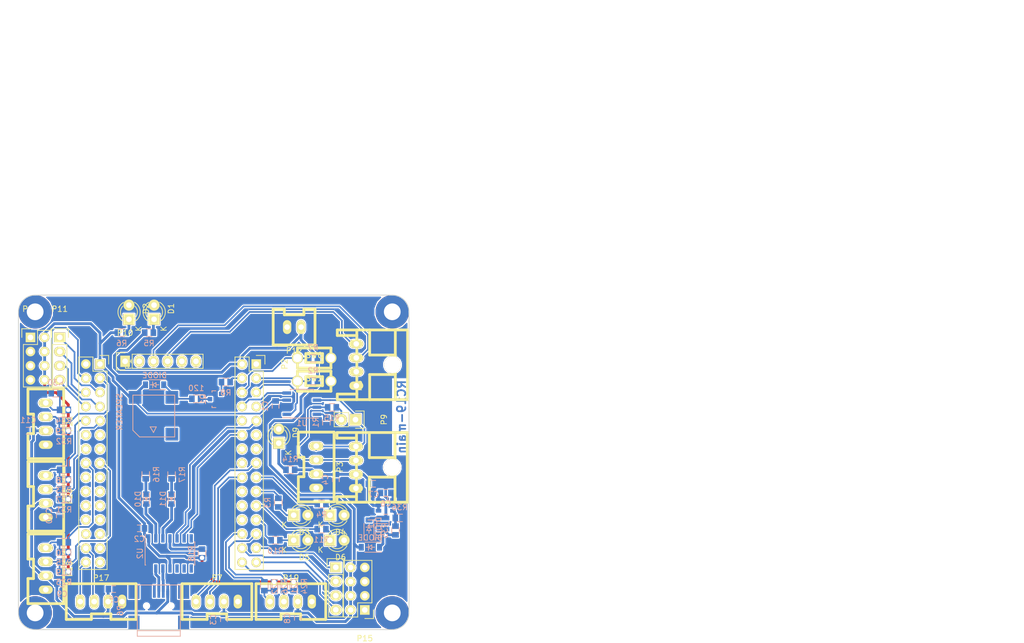
<source format=kicad_pcb>
(kicad_pcb (version 4) (host pcbnew 4.0.1-stable)
  (layers (0 F.Cu signal) (31 B.Cu signal) (34 B.Paste user) (35 F.Paste user) (36 B.SilkS user) (37 F.SilkS user) (38 B.Mask user) (39 F.Mask user) (44 Edge.Cuts user))
  (net 0 "")
  (net 1 +5V)
  (net 2 GND)
  (net 3 "Net-(D1-Pad1)")
  (net 4 "Net-(D2-Pad1)")
  (net 5 +3.3V)
  (net 6 /E6)
  (net 7 /E5)
  (net 8 /C1)
  (net 9 /C0)
  (net 10 /C3)
  (net 11 /C2)
  (net 12 /A1)
  (net 13 /A0)
  (net 14 /A3)
  (net 15 /A2)
  (net 16 /A5)
  (net 17 /A4)
  (net 18 /A7)
  (net 19 /A6)
  (net 20 /C5)
  (net 21 /C4)
  (net 22 /B1)
  (net 23 /B0)
  (net 24 /E9)
  (net 25 /E8)
  (net 26 /E11)
  (net 27 /E10)
  (net 28 /E13)
  (net 29 /E12)
  (net 30 /B10)
  (net 31 /E14)
  (net 32 /B11)
  (net 33 /B13)
  (net 34 /B9)
  (net 35 /B8)
  (net 36 /B7)
  (net 37 /B6)
  (net 38 /B5)
  (net 39 /B4)
  (net 40 /B3)
  (net 41 /D6)
  (net 42 /D5)
  (net 43 /D2)
  (net 44 /C12)
  (net 45 /A15)
  (net 46 /A11)
  (net 47 /A10)
  (net 48 /A9)
  (net 49 /A8)
  (net 50 /C9)
  (net 51 /C8)
  (net 52 /C7)
  (net 53 /C6)
  (net 54 /D15)
  (net 55 /D14)
  (net 56 /D13)
  (net 57 /D12)
  (net 58 /D9)
  (net 59 /D8)
  (net 60 /B14)
  (net 61 /B15)
  (net 62 "Net-(P10-Pad2)")
  (net 63 /CLK)
  (net 64 /DIO)
  (net 65 "Net-(P10-Pad5)")
  (net 66 "Net-(P10-Pad6)")
  (net 67 /CAN_L)
  (net 68 /CAN_H)
  (net 69 +12V)
  (net 70 "Net-(P8-Pad2)")
  (net 71 "Net-(D3-Pad1)")
  (net 72 "Net-(D4-Pad1)")
  (net 73 "Net-(Q1-Pad3)")
  (net 74 "Net-(D5-Pad1)")
  (net 75 "Net-(D6-Pad1)")
  (net 76 "Net-(D9-Pad1)")
  (net 77 "Net-(Q1-Pad1)")
  (net 78 "Net-(P9-Pad2)")
  (net 79 "Net-(R1-Pad1)")
  (net 80 /GP0)
  (net 81 "Net-(D10-Pad2)")
  (net 82 /GP1)
  (net 83 "Net-(D11-Pad2)")
  (net 84 /D-)
  (net 85 /D+)
  (net 86 "Net-(P6-Pad4)")
  (net 87 "Net-(P6-Pad6)")
  (net 88 "Net-(R18-Pad1)")
  (net 89 "Net-(U2-Pad7)")
  (net 90 "Net-(U2-Pad8)")
  (net 91 "Net-(U2-Pad9)")
  (net 92 "Net-(U2-Pad10)")
  (net 93 "Net-(D12-Pad1)")
  (net 94 "Net-(C6-Pad1)")
  (net 95 "Net-(C6-Pad2)")
  (net 96 "Net-(D14-Pad1)")
  (net 97 "Net-(P18-Pad4)")
  (net 98 "Net-(P18-Pad3)")
  (net 99 "Net-(P19-Pad4)")
  (net 100 "Net-(P19-Pad3)")
  (net 101 "Net-(P20-Pad4)")
  (net 102 "Net-(P20-Pad3)")
  (net 103 "Net-(P21-Pad4)")
  (net 104 "Net-(P21-Pad3)")
  (net 105 /FB)
  (module RP_KiCAD_Connector:XA_4T (layer F.Cu) (at 112.17 124.63)
    (fp_text reference P17 (at 3.75 -4.25) (layer F.SilkS))
    (fp_text value SERIAL0)
    (pad 4 thru_hole oval (at 0 0) (size 1.5 2.5) (drill 1) (layers *.Cu *.Mask F.SilkS) (net 32 /B11))
    (pad 3 thru_hole oval (at 2.5 0) (size 1.5 2.5) (drill 1) (layers *.Cu *.Mask F.SilkS) (net 30 /B10))
    (pad 2 thru_hole oval (at 5 0) (size 1.5 2.5) (drill 1) (layers *.Cu *.Mask F.SilkS) (net 1 +5V))
    (pad 1 thru_hole oval (at 7.5 0) (size 1.5 2.5) (drill 1) (layers *.Cu *.Mask F.SilkS) (net 2 GND))
  )
  (module RP_KiCAD_Connector:XA_4T (layer F.Cu) (at 132.92 124.63)
    (fp_text reference P7 (at 3.75 -4.25) (layer F.SilkS))
    (fp_text value SERIAL2)
    (pad 4 thru_hole oval (at 0 0) (size 1.5 2.5) (drill 1) (layers *.Cu *.Mask F.SilkS) (net 47 /A10))
    (pad 3 thru_hole oval (at 2.5 0) (size 1.5 2.5) (drill 1) (layers *.Cu *.Mask F.SilkS) (net 48 /A9))
    (pad 2 thru_hole oval (at 5 0) (size 1.5 2.5) (drill 1) (layers *.Cu *.Mask F.SilkS) (net 1 +5V))
    (pad 1 thru_hole oval (at 7.5 0) (size 1.5 2.5) (drill 1) (layers *.Cu *.Mask F.SilkS) (net 2 GND))
  )
  (module Resistors_SMD:R_0603 (layer B.Cu) (at 147.67 106.88 270)
    (fp_text reference R3 (at 0 1.9 270) (layer B.SilkS) (effects (justify mirror)))
    (fp_text value 330)
    (pad 1 smd rect (at -0.78 0 270) (size 1 1.2) (layers B.Cu B.Paste B.Mask) (net 51 /C8))
    (pad 2 smd rect (at 0.78 0 270) (size 1 1.2) (layers B.Cu B.Paste B.Mask) (net 71 "Net-(D3-Pad1)"))
  )
  (module Connect:USB_Mini-B (layer B.Cu) (at 126.25 126.25 90)
    (fp_text reference P6 (at 0 -6.90118 90) (layer B.SilkS) (effects (justify mirror)))
    (fp_text value SERIAL1)
    (pad 1 smd rect (at 3.44932 1.6002 90) (size 2.30124 0.50038) (layers B.Cu B.Paste B.Mask) (net 1 +5V))
    (pad 2 smd rect (at 3.44932 0.8001 90) (size 2.30124 0.50038) (layers B.Cu B.Paste B.Mask) (net 84 /D-))
    (pad 3 smd rect (at 3.44932 0 90) (size 2.30124 0.50038) (layers B.Cu B.Paste B.Mask) (net 85 /D+))
    (pad 4 smd rect (at 3.44932 -0.8001 90) (size 2.30124 0.50038) (layers B.Cu B.Paste B.Mask) (net 86 "Net-(P6-Pad4)"))
    (pad 5 smd rect (at 3.44932 -1.6002 90) (size 2.30124 0.50038) (layers B.Cu B.Paste B.Mask) (net 2 GND))
    (pad 6 smd rect (at 3.35026 4.45008 90) (size 2.49936 1.99898) (layers B.Cu B.Paste B.Mask) (net 87 "Net-(P6-Pad6)"))
    (pad 6 smd rect (at -2.14884 4.45008 90) (size 2.49936 1.99898) (layers B.Cu B.Paste B.Mask) (net 87 "Net-(P6-Pad6)"))
    (pad 6 smd rect (at 3.35026 -4.45008 90) (size 2.49936 1.99898) (layers B.Cu B.Paste B.Mask) (net 87 "Net-(P6-Pad6)"))
    (pad 6 smd rect (at -2.14884 -4.45008 90) (size 2.49936 1.99898) (layers B.Cu B.Paste B.Mask) (net 87 "Net-(P6-Pad6)"))
    (pad "" np_thru_hole circle (at 0.8509 2.19964 90) (size 0.89916 0.89916) (drill 0.89916) (layers *.Cu *.Mask B.SilkS))
    (pad "" np_thru_hole circle (at 0.8509 -2.19964 90) (size 0.89916 0.89916) (drill 0.89916) (layers *.Cu *.Mask B.SilkS))
  )
  (module Pin_Headers:Pin_Header_Straight_1x04 (layer F.Cu) (at 108.5 77.25)
    (fp_text reference P11 (at 0 -5.1) (layer F.SilkS))
    (fp_text value ADC)
    (pad 1 thru_hole rect (at 0 0) (size 2.032 1.7272) (drill 1.016) (layers *.Cu *.Mask F.SilkS) (net 9 /C0))
    (pad 2 thru_hole oval (at 0 2.54) (size 2.032 1.7272) (drill 1.016) (layers *.Cu *.Mask F.SilkS) (net 8 /C1))
    (pad 3 thru_hole oval (at 0 5.08) (size 2.032 1.7272) (drill 1.016) (layers *.Cu *.Mask F.SilkS) (net 11 /C2))
    (pad 4 thru_hole oval (at 0 7.62) (size 2.032 1.7272) (drill 1.016) (layers *.Cu *.Mask F.SilkS) (net 10 /C3))
  )
  (module Housings_SOIC:SOIC-14_3.9x8.7mm_Pitch1.27mm (layer B.Cu) (at 128.25 116 270)
    (fp_text reference U2 (at 0 5.375 270) (layer B.SilkS) (effects (justify mirror)))
    (fp_text value MCP2221)
    (pad 1 smd rect (at -2.7 3.81 270) (size 1.5 0.6) (layers B.Cu B.Paste B.Mask) (net 5 +3.3V))
    (pad 2 smd rect (at -2.7 2.54 270) (size 1.5 0.6) (layers B.Cu B.Paste B.Mask) (net 80 /GP0))
    (pad 3 smd rect (at -2.7 1.27 270) (size 1.5 0.6) (layers B.Cu B.Paste B.Mask) (net 82 /GP1))
    (pad 4 smd rect (at -2.7 0 270) (size 1.5 0.6) (layers B.Cu B.Paste B.Mask) (net 88 "Net-(R18-Pad1)"))
    (pad 5 smd rect (at -2.7 -1.27 270) (size 1.5 0.6) (layers B.Cu B.Paste B.Mask) (net 41 /D6))
    (pad 6 smd rect (at -2.7 -2.54 270) (size 1.5 0.6) (layers B.Cu B.Paste B.Mask) (net 42 /D5))
    (pad 7 smd rect (at -2.7 -3.81 270) (size 1.5 0.6) (layers B.Cu B.Paste B.Mask) (net 89 "Net-(U2-Pad7)"))
    (pad 8 smd rect (at 2.7 -3.81 270) (size 1.5 0.6) (layers B.Cu B.Paste B.Mask) (net 90 "Net-(U2-Pad8)"))
    (pad 9 smd rect (at 2.7 -2.54 270) (size 1.5 0.6) (layers B.Cu B.Paste B.Mask) (net 91 "Net-(U2-Pad9)"))
    (pad 10 smd rect (at 2.7 -1.27 270) (size 1.5 0.6) (layers B.Cu B.Paste B.Mask) (net 92 "Net-(U2-Pad10)"))
    (pad 11 smd rect (at 2.7 0 270) (size 1.5 0.6) (layers B.Cu B.Paste B.Mask) (net 5 +3.3V))
    (pad 12 smd rect (at 2.7 1.27 270) (size 1.5 0.6) (layers B.Cu B.Paste B.Mask) (net 84 /D-))
    (pad 13 smd rect (at 2.7 2.54 270) (size 1.5 0.6) (layers B.Cu B.Paste B.Mask) (net 85 /D+))
    (pad 14 smd rect (at 2.7 3.81 270) (size 1.5 0.6) (layers B.Cu B.Paste B.Mask) (net 2 GND))
  )
  (module Pin_Headers:Pin_Header_Straight_1x02 (layer F.Cu) (at 161.5 92 270)
    (fp_text reference P9 (at 0 -5.1 270) (layer F.SilkS))
    (fp_text value CAN_JP)
    (pad 1 thru_hole rect (at 0 0 270) (size 2.032 2.032) (drill 1.016) (layers *.Cu *.Mask F.SilkS) (net 67 /CAN_L))
    (pad 2 thru_hole oval (at 0 2.54 270) (size 2.032 2.032) (drill 1.016) (layers *.Cu *.Mask F.SilkS) (net 78 "Net-(P9-Pad2)"))
  )
  (module Socket_Strips:Socket_Strip_Straight_2x15 (layer F.Cu) (at 115.715 82.035 270)
    (fp_text reference P1 (at 0 -5.1 270) (layer F.SilkS))
    (fp_text value CONN_02X15)
    (pad 1 thru_hole rect (at 0 0 270) (size 1.7272 1.7272) (drill 1.016) (layers *.Cu *.Mask F.SilkS) (net 5 +3.3V))
    (pad 2 thru_hole oval (at 0 2.54 270) (size 1.7272 1.7272) (drill 1.016) (layers *.Cu *.Mask F.SilkS) (net 2 GND))
    (pad 3 thru_hole oval (at 2.54 0 270) (size 1.7272 1.7272) (drill 1.016) (layers *.Cu *.Mask F.SilkS) (net 7 /E5))
    (pad 4 thru_hole oval (at 2.54 2.54 270) (size 1.7272 1.7272) (drill 1.016) (layers *.Cu *.Mask F.SilkS) (net 6 /E6))
    (pad 5 thru_hole oval (at 5.08 0 270) (size 1.7272 1.7272) (drill 1.016) (layers *.Cu *.Mask F.SilkS) (net 9 /C0))
    (pad 6 thru_hole oval (at 5.08 2.54 270) (size 1.7272 1.7272) (drill 1.016) (layers *.Cu *.Mask F.SilkS) (net 8 /C1))
    (pad 7 thru_hole oval (at 7.62 0 270) (size 1.7272 1.7272) (drill 1.016) (layers *.Cu *.Mask F.SilkS) (net 11 /C2))
    (pad 8 thru_hole oval (at 7.62 2.54 270) (size 1.7272 1.7272) (drill 1.016) (layers *.Cu *.Mask F.SilkS) (net 10 /C3))
    (pad 9 thru_hole oval (at 10.16 0 270) (size 1.7272 1.7272) (drill 1.016) (layers *.Cu *.Mask F.SilkS) (net 13 /A0))
    (pad 10 thru_hole oval (at 10.16 2.54 270) (size 1.7272 1.7272) (drill 1.016) (layers *.Cu *.Mask F.SilkS) (net 12 /A1))
    (pad 11 thru_hole oval (at 12.7 0 270) (size 1.7272 1.7272) (drill 1.016) (layers *.Cu *.Mask F.SilkS) (net 15 /A2))
    (pad 12 thru_hole oval (at 12.7 2.54 270) (size 1.7272 1.7272) (drill 1.016) (layers *.Cu *.Mask F.SilkS) (net 14 /A3))
    (pad 13 thru_hole oval (at 15.24 0 270) (size 1.7272 1.7272) (drill 1.016) (layers *.Cu *.Mask F.SilkS) (net 17 /A4))
    (pad 14 thru_hole oval (at 15.24 2.54 270) (size 1.7272 1.7272) (drill 1.016) (layers *.Cu *.Mask F.SilkS) (net 16 /A5))
    (pad 15 thru_hole oval (at 17.78 0 270) (size 1.7272 1.7272) (drill 1.016) (layers *.Cu *.Mask F.SilkS) (net 19 /A6))
    (pad 16 thru_hole oval (at 17.78 2.54 270) (size 1.7272 1.7272) (drill 1.016) (layers *.Cu *.Mask F.SilkS) (net 18 /A7))
    (pad 17 thru_hole oval (at 20.32 0 270) (size 1.7272 1.7272) (drill 1.016) (layers *.Cu *.Mask F.SilkS) (net 21 /C4))
    (pad 18 thru_hole oval (at 20.32 2.54 270) (size 1.7272 1.7272) (drill 1.016) (layers *.Cu *.Mask F.SilkS) (net 20 /C5))
    (pad 19 thru_hole oval (at 22.86 0 270) (size 1.7272 1.7272) (drill 1.016) (layers *.Cu *.Mask F.SilkS) (net 23 /B0))
    (pad 20 thru_hole oval (at 22.86 2.54 270) (size 1.7272 1.7272) (drill 1.016) (layers *.Cu *.Mask F.SilkS) (net 22 /B1))
    (pad 21 thru_hole oval (at 25.4 0 270) (size 1.7272 1.7272) (drill 1.016) (layers *.Cu *.Mask F.SilkS) (net 25 /E8))
    (pad 22 thru_hole oval (at 25.4 2.54 270) (size 1.7272 1.7272) (drill 1.016) (layers *.Cu *.Mask F.SilkS) (net 24 /E9))
    (pad 23 thru_hole oval (at 27.94 0 270) (size 1.7272 1.7272) (drill 1.016) (layers *.Cu *.Mask F.SilkS) (net 27 /E10))
    (pad 24 thru_hole oval (at 27.94 2.54 270) (size 1.7272 1.7272) (drill 1.016) (layers *.Cu *.Mask F.SilkS) (net 26 /E11))
    (pad 25 thru_hole oval (at 30.48 0 270) (size 1.7272 1.7272) (drill 1.016) (layers *.Cu *.Mask F.SilkS) (net 29 /E12))
    (pad 26 thru_hole oval (at 30.48 2.54 270) (size 1.7272 1.7272) (drill 1.016) (layers *.Cu *.Mask F.SilkS) (net 28 /E13))
    (pad 27 thru_hole oval (at 33.02 0 270) (size 1.7272 1.7272) (drill 1.016) (layers *.Cu *.Mask F.SilkS) (net 31 /E14))
    (pad 28 thru_hole oval (at 33.02 2.54 270) (size 1.7272 1.7272) (drill 1.016) (layers *.Cu *.Mask F.SilkS) (net 30 /B10))
    (pad 29 thru_hole oval (at 35.56 0 270) (size 1.7272 1.7272) (drill 1.016) (layers *.Cu *.Mask F.SilkS) (net 33 /B13))
    (pad 30 thru_hole oval (at 35.56 2.54 270) (size 1.7272 1.7272) (drill 1.016) (layers *.Cu *.Mask F.SilkS) (net 32 /B11))
  )
  (module Capacitors_SMD:C_0603 (layer B.Cu) (at 147.18 89.6 270)
    (fp_text reference C1 (at 0 1.9 270) (layer B.SilkS) (effects (justify mirror)))
    (fp_text value 0.1u)
    (pad 1 smd rect (at -0.95 0 270) (size 1 1.2) (layers B.Cu B.Paste B.Mask) (net 5 +3.3V))
    (pad 2 smd rect (at 0.93 0 270) (size 1 1.2) (layers B.Cu B.Paste B.Mask) (net 2 GND))
  )
  (module Capacitors_SMD:C_0603 (layer B.Cu) (at 122.75 111.5)
    (fp_text reference C2 (at 0 1.9) (layer B.SilkS) (effects (justify mirror)))
    (fp_text value 0.1u)
    (pad 1 smd rect (at -0.95 0) (size 1 1.2) (layers B.Cu B.Paste B.Mask) (net 2 GND))
    (pad 2 smd rect (at 0.93 0) (size 1 1.2) (layers B.Cu B.Paste B.Mask) (net 5 +3.3V))
  )
  (module Capacitors_SMD:C_0603 (layer B.Cu) (at 137.92 127.88 270)
    (fp_text reference C3 (at 0 1.9 270) (layer B.SilkS) (effects (justify mirror)))
    (fp_text value 0.1u)
    (pad 1 smd rect (at -0.95 0 270) (size 1 1.2) (layers B.Cu B.Paste B.Mask) (net 1 +5V))
    (pad 2 smd rect (at 0.93 0 270) (size 1 1.2) (layers B.Cu B.Paste B.Mask) (net 2 GND))
  )
  (module RP_KiCAD_Connector:XA_4T (layer F.Cu) (at 154.46 96.74 270)
    (fp_text reference P3 (at 3.75 -4.25 270) (layer F.SilkS))
    (fp_text value CAN)
    (pad 4 thru_hole oval (at 0 0 270) (size 1.5 2.5) (drill 1) (layers *.Cu *.Mask F.SilkS) (net 67 /CAN_L))
    (pad 3 thru_hole oval (at 2.5 0 270) (size 1.5 2.5) (drill 1) (layers *.Cu *.Mask F.SilkS) (net 68 /CAN_H))
    (pad 2 thru_hole oval (at 5 0 270) (size 1.5 2.5) (drill 1) (layers *.Cu *.Mask F.SilkS) (net 69 +12V))
    (pad 1 thru_hole oval (at 7.5 0 270) (size 1.5 2.5) (drill 1) (layers *.Cu *.Mask F.SilkS) (net 2 GND))
  )
  (module RP_KiCAD_Connector:XA_2T (layer F.Cu) (at 151.75 75.4 180)
    (fp_text reference P12 (at 1.25 -4.25 180) (layer F.SilkS))
    (fp_text value 5V_in)
    (pad 2 thru_hole oval (at 0 0 180) (size 1.5 2.5) (drill 1) (layers *.Cu *.Mask F.SilkS) (net 1 +5V))
    (pad 1 thru_hole oval (at 2.5 0 180) (size 1.5 2.5) (drill 1) (layers *.Cu *.Mask F.SilkS) (net 2 GND))
  )
  (module Resistors_SMD:R_0603 (layer B.Cu) (at 124.5 76.4)
    (fp_text reference R5 (at 0 1.9) (layer B.SilkS) (effects (justify mirror)))
    (fp_text value 510)
    (pad 1 smd rect (at -0.78 0) (size 1 1.2) (layers B.Cu B.Paste B.Mask) (net 1 +5V))
    (pad 2 smd rect (at 0.78 0) (size 1 1.2) (layers B.Cu B.Paste B.Mask) (net 3 "Net-(D1-Pad1)"))
  )
  (module Resistors_SMD:R_0603 (layer B.Cu) (at 119.6 76.4)
    (fp_text reference R6 (at 0 1.9) (layer B.SilkS) (effects (justify mirror)))
    (fp_text value 330)
    (pad 1 smd rect (at -0.78 0) (size 1 1.2) (layers B.Cu B.Paste B.Mask) (net 5 +3.3V))
    (pad 2 smd rect (at 0.78 0) (size 1 1.2) (layers B.Cu B.Paste B.Mask) (net 4 "Net-(D2-Pad1)"))
  )
  (module LEDs:LED-3MM (layer F.Cu) (at 125.4 74 90)
    (fp_text reference D1 (at 1.91 3.06 90) (layer F.SilkS))
    (fp_text value LED)
    (fp_text user K (at -1.69 1.74 90) (layer F.SilkS))
    (pad 1 thru_hole rect (at 0 0 180) (size 2 2) (drill 1.00076) (layers *.Cu *.Mask F.SilkS) (net 3 "Net-(D1-Pad1)"))
    (pad 2 thru_hole circle (at 2.54 0 90) (size 2 2) (drill 1.00076) (layers *.Cu *.Mask F.SilkS) (net 2 GND))
  )
  (module LEDs:LED-3MM (layer F.Cu) (at 120.9 74 90)
    (fp_text reference D2 (at 1.91 3.06 90) (layer F.SilkS))
    (fp_text value LED)
    (fp_text user K (at -1.69 1.74 90) (layer F.SilkS))
    (pad 1 thru_hole rect (at 0 0 180) (size 2 2) (drill 1.00076) (layers *.Cu *.Mask F.SilkS) (net 4 "Net-(D2-Pad1)"))
    (pad 2 thru_hole circle (at 2.54 0 90) (size 2 2) (drill 1.00076) (layers *.Cu *.Mask F.SilkS) (net 2 GND))
  )
  (module Socket_Strips:Socket_Strip_Straight_2x15 (layer F.Cu) (at 143.715 82.035 270)
    (fp_text reference P2 (at 0 -5.1 270) (layer F.SilkS))
    (fp_text value CONN_02X15)
    (pad 1 thru_hole rect (at 0 0 270) (size 1.7272 1.7272) (drill 1.016) (layers *.Cu *.Mask F.SilkS) (net 2 GND))
    (pad 2 thru_hole oval (at 0 2.54 270) (size 1.7272 1.7272) (drill 1.016) (layers *.Cu *.Mask F.SilkS) (net 1 +5V))
    (pad 3 thru_hole oval (at 2.54 0 270) (size 1.7272 1.7272) (drill 1.016) (layers *.Cu *.Mask F.SilkS) (net 35 /B8))
    (pad 4 thru_hole oval (at 2.54 2.54 270) (size 1.7272 1.7272) (drill 1.016) (layers *.Cu *.Mask F.SilkS) (net 34 /B9))
    (pad 5 thru_hole oval (at 5.08 0 270) (size 1.7272 1.7272) (drill 1.016) (layers *.Cu *.Mask F.SilkS) (net 37 /B6))
    (pad 6 thru_hole oval (at 5.08 2.54 270) (size 1.7272 1.7272) (drill 1.016) (layers *.Cu *.Mask F.SilkS) (net 36 /B7))
    (pad 7 thru_hole oval (at 7.62 0 270) (size 1.7272 1.7272) (drill 1.016) (layers *.Cu *.Mask F.SilkS) (net 39 /B4))
    (pad 8 thru_hole oval (at 7.62 2.54 270) (size 1.7272 1.7272) (drill 1.016) (layers *.Cu *.Mask F.SilkS) (net 38 /B5))
    (pad 9 thru_hole oval (at 10.16 0 270) (size 1.7272 1.7272) (drill 1.016) (layers *.Cu *.Mask F.SilkS) (net 41 /D6))
    (pad 10 thru_hole oval (at 10.16 2.54 270) (size 1.7272 1.7272) (drill 1.016) (layers *.Cu *.Mask F.SilkS) (net 40 /B3))
    (pad 11 thru_hole oval (at 12.7 0 270) (size 1.7272 1.7272) (drill 1.016) (layers *.Cu *.Mask F.SilkS) (net 43 /D2))
    (pad 12 thru_hole oval (at 12.7 2.54 270) (size 1.7272 1.7272) (drill 1.016) (layers *.Cu *.Mask F.SilkS) (net 42 /D5))
    (pad 13 thru_hole oval (at 15.24 0 270) (size 1.7272 1.7272) (drill 1.016) (layers *.Cu *.Mask F.SilkS) (net 45 /A15))
    (pad 14 thru_hole oval (at 15.24 2.54 270) (size 1.7272 1.7272) (drill 1.016) (layers *.Cu *.Mask F.SilkS) (net 44 /C12))
    (pad 15 thru_hole oval (at 17.78 0 270) (size 1.7272 1.7272) (drill 1.016) (layers *.Cu *.Mask F.SilkS) (net 47 /A10))
    (pad 16 thru_hole oval (at 17.78 2.54 270) (size 1.7272 1.7272) (drill 1.016) (layers *.Cu *.Mask F.SilkS) (net 46 /A11))
    (pad 17 thru_hole oval (at 20.32 0 270) (size 1.7272 1.7272) (drill 1.016) (layers *.Cu *.Mask F.SilkS) (net 49 /A8))
    (pad 18 thru_hole oval (at 20.32 2.54 270) (size 1.7272 1.7272) (drill 1.016) (layers *.Cu *.Mask F.SilkS) (net 48 /A9))
    (pad 19 thru_hole oval (at 22.86 0 270) (size 1.7272 1.7272) (drill 1.016) (layers *.Cu *.Mask F.SilkS) (net 51 /C8))
    (pad 20 thru_hole oval (at 22.86 2.54 270) (size 1.7272 1.7272) (drill 1.016) (layers *.Cu *.Mask F.SilkS) (net 50 /C9))
    (pad 21 thru_hole oval (at 25.4 0 270) (size 1.7272 1.7272) (drill 1.016) (layers *.Cu *.Mask F.SilkS) (net 53 /C6))
    (pad 22 thru_hole oval (at 25.4 2.54 270) (size 1.7272 1.7272) (drill 1.016) (layers *.Cu *.Mask F.SilkS) (net 52 /C7))
    (pad 23 thru_hole oval (at 27.94 0 270) (size 1.7272 1.7272) (drill 1.016) (layers *.Cu *.Mask F.SilkS) (net 55 /D14))
    (pad 24 thru_hole oval (at 27.94 2.54 270) (size 1.7272 1.7272) (drill 1.016) (layers *.Cu *.Mask F.SilkS) (net 54 /D15))
    (pad 25 thru_hole oval (at 30.48 0 270) (size 1.7272 1.7272) (drill 1.016) (layers *.Cu *.Mask F.SilkS) (net 57 /D12))
    (pad 26 thru_hole oval (at 30.48 2.54 270) (size 1.7272 1.7272) (drill 1.016) (layers *.Cu *.Mask F.SilkS) (net 56 /D13))
    (pad 27 thru_hole oval (at 33.02 0 270) (size 1.7272 1.7272) (drill 1.016) (layers *.Cu *.Mask F.SilkS) (net 59 /D8))
    (pad 28 thru_hole oval (at 33.02 2.54 270) (size 1.7272 1.7272) (drill 1.016) (layers *.Cu *.Mask F.SilkS) (net 58 /D9))
    (pad 29 thru_hole oval (at 35.56 0 270) (size 1.7272 1.7272) (drill 1.016) (layers *.Cu *.Mask F.SilkS) (net 61 /B15))
    (pad 30 thru_hole oval (at 35.56 2.54 270) (size 1.7272 1.7272) (drill 1.016) (layers *.Cu *.Mask F.SilkS) (net 60 /B14))
  )
  (module Socket_Strips:Socket_Strip_Straight_1x06 (layer F.Cu) (at 120.215 81.535)
    (fp_text reference P10 (at 0 -5.1) (layer F.SilkS))
    (fp_text value WRITING)
    (pad 1 thru_hole rect (at 0 0) (size 1.7272 2.032) (drill 1.016) (layers *.Cu *.Mask F.SilkS) (net 2 GND))
    (pad 2 thru_hole oval (at 2.54 0) (size 1.7272 2.032) (drill 1.016) (layers *.Cu *.Mask F.SilkS) (net 62 "Net-(P10-Pad2)"))
    (pad 3 thru_hole oval (at 5.08 0) (size 1.7272 2.032) (drill 1.016) (layers *.Cu *.Mask F.SilkS) (net 63 /CLK))
    (pad 4 thru_hole oval (at 7.62 0) (size 1.7272 2.032) (drill 1.016) (layers *.Cu *.Mask F.SilkS) (net 64 /DIO))
    (pad 5 thru_hole oval (at 10.16 0) (size 1.7272 2.032) (drill 1.016) (layers *.Cu *.Mask F.SilkS) (net 65 "Net-(P10-Pad5)"))
    (pad 6 thru_hole oval (at 12.7 0) (size 1.7272 2.032) (drill 1.016) (layers *.Cu *.Mask F.SilkS) (net 66 "Net-(P10-Pad6)"))
  )
  (module RP_KiCAD_Connector:XA_4LC (layer F.Cu) (at 161.58 104.31 90)
    (fp_text reference P4 (at 0 0.5 90) (layer F.SilkS))
    (fp_text value CAN)
    (pad 1 thru_hole oval (at 0 0 90) (size 1.5 2.5) (drill 1) (layers *.Cu *.Mask F.SilkS) (net 2 GND))
    (pad 2 thru_hole oval (at 2.5 0 90) (size 1.5 2.5) (drill 1) (layers *.Cu *.Mask F.SilkS) (net 69 +12V))
    (pad 3 thru_hole oval (at 5 0 90) (size 1.5 2.5) (drill 1) (layers *.Cu *.Mask F.SilkS) (net 68 /CAN_H))
    (pad 4 thru_hole oval (at 7.5 0 90) (size 1.5 2.5) (drill 1) (layers *.Cu *.Mask F.SilkS) (net 67 /CAN_L))
    (pad "" thru_hole circle (at 3.75 6.5 90) (size 3 3) (drill 3) (layers *.Cu *.Mask F.SilkS) (clearance -0.3))
  )
  (module RP_KiCAD_Connector:XA_4LC (layer F.Cu) (at 161.64 85.91 90)
    (fp_text reference P8 (at 0 0.5 90) (layer F.SilkS))
    (fp_text value WRITING_IN)
    (pad 1 thru_hole oval (at 0 0 90) (size 1.5 2.5) (drill 1) (layers *.Cu *.Mask F.SilkS) (net 2 GND))
    (pad 2 thru_hole oval (at 2.5 0 90) (size 1.5 2.5) (drill 1) (layers *.Cu *.Mask F.SilkS) (net 70 "Net-(P8-Pad2)"))
    (pad 3 thru_hole oval (at 5 0 90) (size 1.5 2.5) (drill 1) (layers *.Cu *.Mask F.SilkS) (net 63 /CLK))
    (pad 4 thru_hole oval (at 7.5 0 90) (size 1.5 2.5) (drill 1) (layers *.Cu *.Mask F.SilkS) (net 64 /DIO))
    (pad "" thru_hole circle (at 3.75 6.5 90) (size 3 3) (drill 3) (layers *.Cu *.Mask F.SilkS) (clearance -0.3))
  )
  (module Housings_SOIC:SOIC-8_3.9x4.9mm_Pitch1.27mm (layer B.Cu) (at 151.89 89.135)
    (fp_text reference U1 (at 0 3.5) (layer B.SilkS) (effects (justify mirror)))
    (fp_text value MAX3051)
    (pad 1 smd rect (at -2.7 1.905) (size 1.55 0.6) (layers B.Cu B.Paste B.Mask) (net 37 /B6))
    (pad 2 smd rect (at -2.7 0.635) (size 1.55 0.6) (layers B.Cu B.Paste B.Mask) (net 2 GND))
    (pad 3 smd rect (at -2.7 -0.635) (size 1.55 0.6) (layers B.Cu B.Paste B.Mask) (net 5 +3.3V))
    (pad 4 smd rect (at -2.7 -1.905) (size 1.55 0.6) (layers B.Cu B.Paste B.Mask) (net 38 /B5))
    (pad 5 smd rect (at 2.7 -1.905) (size 1.55 0.6) (layers B.Cu B.Paste B.Mask) (net 2 GND))
    (pad 6 smd rect (at 2.7 -0.635) (size 1.55 0.6) (layers B.Cu B.Paste B.Mask) (net 67 /CAN_L))
    (pad 7 smd rect (at 2.7 0.635) (size 1.55 0.6) (layers B.Cu B.Paste B.Mask) (net 68 /CAN_H))
    (pad 8 smd rect (at 2.7 1.905) (size 1.55 0.6) (layers B.Cu B.Paste B.Mask) (net 79 "Net-(R1-Pad1)"))
  )
  (module Capacitors_SMD:C_0603 (layer B.Cu) (at 157.99 102.78 270)
    (fp_text reference C4 (at 0 1.9 270) (layer B.SilkS) (effects (justify mirror)))
    (fp_text value 0.1u)
    (pad 1 smd rect (at -0.95 0 270) (size 1 1.2) (layers B.Cu B.Paste B.Mask) (net 69 +12V))
    (pad 2 smd rect (at 0.93 0 270) (size 1 1.2) (layers B.Cu B.Paste B.Mask) (net 2 GND))
  )
  (module LEDs:LED-3MM (layer F.Cu) (at 150.42 109.13)
    (fp_text reference D3 (at 1.91 3.06) (layer F.SilkS))
    (fp_text value LED)
    (fp_text user K (at -1.69 1.74) (layer F.SilkS))
    (pad 1 thru_hole rect (at 0 0 90) (size 2 2) (drill 1.00076) (layers *.Cu *.Mask F.SilkS) (net 71 "Net-(D3-Pad1)"))
    (pad 2 thru_hole circle (at 2.54 0) (size 2 2) (drill 1.00076) (layers *.Cu *.Mask F.SilkS) (net 2 GND))
  )
  (module LEDs:LED-3MM (layer F.Cu) (at 156.92 109.13)
    (fp_text reference D4 (at 1.91 3.06) (layer F.SilkS))
    (fp_text value LED)
    (fp_text user K (at -1.69 1.74) (layer F.SilkS))
    (pad 1 thru_hole rect (at 0 0 90) (size 2 2) (drill 1.00076) (layers *.Cu *.Mask F.SilkS) (net 72 "Net-(D4-Pad1)"))
    (pad 2 thru_hole circle (at 2.54 0) (size 2 2) (drill 1.00076) (layers *.Cu *.Mask F.SilkS) (net 2 GND))
  )
  (module Resistors_SMD:R_0603 (layer B.Cu) (at 155.42 107.13)
    (fp_text reference R4 (at 0 1.9) (layer B.SilkS) (effects (justify mirror)))
    (fp_text value 330)
    (pad 1 smd rect (at -0.78 0) (size 1 1.2) (layers B.Cu B.Paste B.Mask) (net 49 /A8))
    (pad 2 smd rect (at 0.78 0) (size 1 1.2) (layers B.Cu B.Paste B.Mask) (net 72 "Net-(D4-Pad1)"))
  )
  (module Resistors_SMD:R_0603 (layer B.Cu) (at 153.9 81 180)
    (fp_text reference R7 (at 0 1.9 180) (layer B.SilkS) (effects (justify mirror)))
    (fp_text value 10k)
    (pad 1 smd rect (at -0.78 0 180) (size 1 1.2) (layers B.Cu B.Paste B.Mask) (net 1 +5V))
    (pad 2 smd rect (at 0.78 0 180) (size 1 1.2) (layers B.Cu B.Paste B.Mask) (net 36 /B7))
  )
  (module Resistors_SMD:R_0603 (layer B.Cu) (at 138.26 85.26)
    (fp_text reference R8 (at 0 1.9) (layer B.SilkS) (effects (justify mirror)))
    (fp_text value 10)
    (pad 1 smd rect (at -0.78 0) (size 1 1.2) (layers B.Cu B.Paste B.Mask) (net 77 "Net-(Q1-Pad1)"))
    (pad 2 smd rect (at 0.78 0) (size 1 1.2) (layers B.Cu B.Paste B.Mask) (net 34 /B9))
  )
  (module Resistors_SMD:R_0603 (layer B.Cu) (at 132.96 88.26)
    (fp_text reference R9 hide)
    (fp_text value 120 (at 0 -1.9) (layer B.SilkS) (effects (justify mirror)))
    (pad 1 smd rect (at -0.78 0) (size 1 1.2) (layers B.Cu B.Paste B.Mask) (net 93 "Net-(D12-Pad1)"))
    (pad 2 smd rect (at 0.78 0) (size 1 1.2) (layers B.Cu B.Paste B.Mask) (net 73 "Net-(Q1-Pad3)"))
  )
  (module Mizz_lib:UGCT7525AN4 (layer B.Cu) (at 125 91 270)
    (fp_text reference SP1 hide)
    (fp_text value SPEAKER (at -0.4 5.8 270) (layer B.SilkS) (effects (justify mirror)))
    (pad 1 smd rect (at -3 3 270) (size 2.3 2.3) (layers B.Cu B.Paste B.Mask) (net 5 +3.3V))
    (pad 2 smd rect (at -3 -3.6 270) (size 2.3 2.3) (layers B.Cu B.Paste B.Mask) (net 93 "Net-(D12-Pad1)"))
    (pad 3 smd rect (at 3.6 -3.6 270) (size 2.3 2.3) (layers B.Cu B.Paste B.Mask))
  )
  (module LEDs:LED-3MM (layer F.Cu) (at 150.42 113.63)
    (fp_text reference D5 (at 1.91 3.06) (layer F.SilkS))
    (fp_text value LED)
    (fp_text user K (at -1.69 1.74) (layer F.SilkS))
    (pad 1 thru_hole rect (at 0 0 90) (size 2 2) (drill 1.00076) (layers *.Cu *.Mask F.SilkS) (net 74 "Net-(D5-Pad1)"))
    (pad 2 thru_hole circle (at 2.54 0) (size 2 2) (drill 1.00076) (layers *.Cu *.Mask F.SilkS) (net 2 GND))
  )
  (module Resistors_SMD:R_0603 (layer B.Cu) (at 147.17 113.63)
    (fp_text reference R10 (at 0 1.9) (layer B.SilkS) (effects (justify mirror)))
    (fp_text value 330)
    (pad 1 smd rect (at -0.78 0) (size 1 1.2) (layers B.Cu B.Paste B.Mask) (net 55 /D14))
    (pad 2 smd rect (at 0.78 0) (size 1 1.2) (layers B.Cu B.Paste B.Mask) (net 74 "Net-(D5-Pad1)"))
  )
  (module LEDs:LED-3MM (layer F.Cu) (at 147.75 96.22 90)
    (fp_text reference D9 (at 1.91 3.06 90) (layer F.SilkS))
    (fp_text value LED)
    (fp_text user K (at -1.69 1.74 90) (layer F.SilkS))
    (pad 1 thru_hole rect (at 0 0 180) (size 2 2) (drill 1.00076) (layers *.Cu *.Mask F.SilkS) (net 76 "Net-(D9-Pad1)"))
    (pad 2 thru_hole circle (at 2.54 0 90) (size 2 2) (drill 1.00076) (layers *.Cu *.Mask F.SilkS) (net 2 GND))
  )
  (module TO_SOT_Packages_SMD:SOT-23 (layer B.Cu) (at 136.43 88.33 270)
    (fp_text reference Q1 (at 0 2.25 270) (layer B.SilkS) (effects (justify mirror)))
    (fp_text value NPN)
    (pad 1 smd rect (at -0.95 -1.00076 270) (size 0.8001 0.8001) (layers B.Cu B.Paste B.Mask) (net 77 "Net-(Q1-Pad1)"))
    (pad 2 smd rect (at 0.95 -1.00076 270) (size 0.8001 0.8001) (layers B.Cu B.Paste B.Mask) (net 2 GND))
    (pad 3 smd rect (at 0 0.99822 270) (size 0.8001 0.8001) (layers B.Cu B.Paste B.Mask) (net 73 "Net-(Q1-Pad3)"))
  )
  (module Resistors_SMD:R_0603 (layer B.Cu) (at 149.82 100.99 180)
    (fp_text reference R14 (at 0 1.9 180) (layer B.SilkS) (effects (justify mirror)))
    (fp_text value 1.2k)
    (pad 1 smd rect (at -0.78 0 180) (size 1 1.2) (layers B.Cu B.Paste B.Mask) (net 69 +12V))
    (pad 2 smd rect (at 0.78 0 180) (size 1 1.2) (layers B.Cu B.Paste B.Mask) (net 76 "Net-(D9-Pad1)"))
  )
  (module Resistors_SMD:R_0603 (layer B.Cu) (at 157.28 89.79)
    (fp_text reference R15 (at 0 1.9) (layer B.SilkS) (effects (justify mirror)))
    (fp_text value 120)
    (pad 1 smd rect (at -0.78 0) (size 1 1.2) (layers B.Cu B.Paste B.Mask) (net 68 /CAN_H))
    (pad 2 smd rect (at 0.78 0) (size 1 1.2) (layers B.Cu B.Paste B.Mask) (net 78 "Net-(P9-Pad2)"))
  )
  (module Resistors_SMD:R_0603 (layer B.Cu) (at 156.29 92.48 270)
    (fp_text reference R1 (at 0 1.9 270) (layer B.SilkS) (effects (justify mirror)))
    (fp_text value 100k)
    (pad 1 smd rect (at -0.78 0 270) (size 1 1.2) (layers B.Cu B.Paste B.Mask) (net 79 "Net-(R1-Pad1)"))
    (pad 2 smd rect (at 0.78 0 270) (size 1 1.2) (layers B.Cu B.Paste B.Mask) (net 2 GND))
  )
  (module Pin_Headers:Pin_Header_Straight_2x04 (layer F.Cu) (at 103.25 77.25)
    (fp_text reference P13 (at 0 -5.1) (layer F.SilkS))
    (fp_text value ADC/Vdd/GND)
    (pad 1 thru_hole rect (at 0 0) (size 1.7272 1.7272) (drill 1.016) (layers *.Cu *.Mask F.SilkS) (net 2 GND))
    (pad 2 thru_hole oval (at 2.54 0) (size 1.7272 1.7272) (drill 1.016) (layers *.Cu *.Mask F.SilkS) (net 5 +3.3V))
    (pad 3 thru_hole oval (at 0 2.54) (size 1.7272 1.7272) (drill 1.016) (layers *.Cu *.Mask F.SilkS) (net 2 GND))
    (pad 4 thru_hole oval (at 2.54 2.54) (size 1.7272 1.7272) (drill 1.016) (layers *.Cu *.Mask F.SilkS) (net 5 +3.3V))
    (pad 5 thru_hole oval (at 0 5.08) (size 1.7272 1.7272) (drill 1.016) (layers *.Cu *.Mask F.SilkS) (net 2 GND))
    (pad 6 thru_hole oval (at 2.54 5.08) (size 1.7272 1.7272) (drill 1.016) (layers *.Cu *.Mask F.SilkS) (net 5 +3.3V))
    (pad 7 thru_hole oval (at 0 7.62) (size 1.7272 1.7272) (drill 1.016) (layers *.Cu *.Mask F.SilkS) (net 2 GND))
    (pad 8 thru_hole oval (at 2.54 7.62) (size 1.7272 1.7272) (drill 1.016) (layers *.Cu *.Mask F.SilkS) (net 5 +3.3V))
  )
  (module Pin_Headers:Pin_Header_Straight_1x04 (layer F.Cu) (at 157.97 118.48)
    (fp_text reference P14)
    (fp_text value I/O)
    (pad 1 thru_hole rect (at 0 0) (size 2.032 1.7272) (drill 1.016) (layers *.Cu *.Mask F.SilkS) (net 59 /D8))
    (pad 2 thru_hole oval (at 0 2.54) (size 2.032 1.7272) (drill 1.016) (layers *.Cu *.Mask F.SilkS) (net 58 /D9))
    (pad 3 thru_hole oval (at 0 5.08) (size 2.032 1.7272) (drill 1.016) (layers *.Cu *.Mask F.SilkS) (net 61 /B15))
    (pad 4 thru_hole oval (at 0 7.62) (size 2.032 1.7272) (drill 1.016) (layers *.Cu *.Mask F.SilkS) (net 60 /B14))
  )
  (module Pin_Headers:Pin_Header_Straight_2x04 (layer F.Cu) (at 163.17 126.13 180)
    (fp_text reference P15 (at 0 -5.1 180) (layer F.SilkS))
    (fp_text value "I/O /Vdd/GND")
    (pad 1 thru_hole rect (at 0 0 180) (size 1.7272 1.7272) (drill 1.016) (layers *.Cu *.Mask F.SilkS) (net 2 GND))
    (pad 2 thru_hole oval (at 2.54 0 180) (size 1.7272 1.7272) (drill 1.016) (layers *.Cu *.Mask F.SilkS) (net 1 +5V))
    (pad 3 thru_hole oval (at 0 2.54 180) (size 1.7272 1.7272) (drill 1.016) (layers *.Cu *.Mask F.SilkS) (net 2 GND))
    (pad 4 thru_hole oval (at 2.54 2.54 180) (size 1.7272 1.7272) (drill 1.016) (layers *.Cu *.Mask F.SilkS) (net 1 +5V))
    (pad 5 thru_hole oval (at 0 5.08 180) (size 1.7272 1.7272) (drill 1.016) (layers *.Cu *.Mask F.SilkS) (net 2 GND))
    (pad 6 thru_hole oval (at 2.54 5.08 180) (size 1.7272 1.7272) (drill 1.016) (layers *.Cu *.Mask F.SilkS) (net 1 +5V))
    (pad 7 thru_hole oval (at 0 7.62 180) (size 1.7272 1.7272) (drill 1.016) (layers *.Cu *.Mask F.SilkS) (net 2 GND))
    (pad 8 thru_hole oval (at 2.54 7.62 180) (size 1.7272 1.7272) (drill 1.016) (layers *.Cu *.Mask F.SilkS) (net 1 +5V))
  )
  (module Resistors_SMD:R_0603 (layer B.Cu) (at 123.91 101.82 90)
    (fp_text reference R16 (at 0 1.9 90) (layer B.SilkS) (effects (justify mirror)))
    (fp_text value 510)
    (pad 1 smd rect (at -0.78 0 90) (size 1 1.2) (layers B.Cu B.Paste B.Mask) (net 81 "Net-(D10-Pad2)"))
    (pad 2 smd rect (at 0.78 0 90) (size 1 1.2) (layers B.Cu B.Paste B.Mask) (net 2 GND))
  )
  (module Resistors_SMD:R_0603 (layer B.Cu) (at 128.54 101.84 90)
    (fp_text reference R17 (at 0 1.9 90) (layer B.SilkS) (effects (justify mirror)))
    (fp_text value 510)
    (pad 1 smd rect (at -0.78 0 90) (size 1 1.2) (layers B.Cu B.Paste B.Mask) (net 83 "Net-(D11-Pad2)"))
    (pad 2 smd rect (at 0.78 0 90) (size 1 1.2) (layers B.Cu B.Paste B.Mask) (net 2 GND))
  )
  (module Resistors_SMD:R_0603 (layer B.Cu) (at 134 116 270)
    (fp_text reference R18 (at 0 1.9 270) (layer B.SilkS) (effects (justify mirror)))
    (fp_text value 10k)
    (pad 1 smd rect (at -0.78 0 270) (size 1 1.2) (layers B.Cu B.Paste B.Mask) (net 88 "Net-(R18-Pad1)"))
    (pad 2 smd rect (at 0.78 0 270) (size 1 1.2) (layers B.Cu B.Paste B.Mask) (net 5 +3.3V))
  )
  (module Mizz_lib:SOD-123 (layer B.Cu) (at 125.5 85.75 180)
    (fp_text reference D12)
    (fp_text value DIODE (at 0 1.7 180) (layer B.SilkS) (effects (justify mirror)))
    (pad 1 smd rect (at -1.635 0 180) (size 0.91 1.22) (layers B.Cu B.Paste B.Mask) (net 93 "Net-(D12-Pad1)"))
    (pad 2 smd rect (at 1.635 0 180) (size 0.91 1.22) (layers B.Cu B.Paste B.Mask) (net 5 +3.3V))
  )
  (module Capacitors_SMD:C_0603 (layer B.Cu) (at 118.17 122.38)
    (fp_text reference C5 (at 0 1.9) (layer B.SilkS) (effects (justify mirror)))
    (fp_text value 0.1u)
    (pad 1 smd rect (at -0.95 0) (size 1 1.2) (layers B.Cu B.Paste B.Mask) (net 1 +5V))
    (pad 2 smd rect (at 0.93 0) (size 1 1.2) (layers B.Cu B.Paste B.Mask) (net 2 GND))
  )
  (module Resistors_SMD:R_0603 (layer B.Cu) (at 153.9 85.1 180)
    (fp_text reference R2 (at 0 1.9 180) (layer B.SilkS) (effects (justify mirror)))
    (fp_text value 10k)
    (pad 1 smd rect (at -0.78 0 180) (size 1 1.2) (layers B.Cu B.Paste B.Mask) (net 1 +5V))
    (pad 2 smd rect (at 0.78 0 180) (size 1 1.2) (layers B.Cu B.Paste B.Mask) (net 35 /B8))
  )
  (module LEDs:LED_0603 (layer B.Cu) (at 124 106.25 270)
    (fp_text reference D10 (at 0 1.5 270) (layer B.SilkS) (effects (justify mirror)))
    (fp_text value LED)
    (pad 1 smd rect (at 0.88 0 90) (size 1 1.2) (layers B.Cu B.Paste B.Mask) (net 80 /GP0))
    (pad 2 smd rect (at -0.88 0 90) (size 1 1.2) (layers B.Cu B.Paste B.Mask) (net 81 "Net-(D10-Pad2)"))
  )
  (module LEDs:LED_0603 (layer B.Cu) (at 128.5 106.25 270)
    (fp_text reference D11 (at 0 1.5 270) (layer B.SilkS) (effects (justify mirror)))
    (fp_text value LED)
    (pad 1 smd rect (at 0.88 0 90) (size 1 1.2) (layers B.Cu B.Paste B.Mask) (net 82 /GP1))
    (pad 2 smd rect (at -0.88 0 90) (size 1 1.2) (layers B.Cu B.Paste B.Mask) (net 83 "Net-(D11-Pad2)"))
  )
  (module Capacitors_SMD:C_0603 (layer B.Cu) (at 166.92 105.13)
    (fp_text reference C6 (at 0 1.9) (layer B.SilkS) (effects (justify mirror)))
    (fp_text value 0.1u)
    (pad 1 smd rect (at -0.95 0) (size 1 1.2) (layers B.Cu B.Paste B.Mask) (net 94 "Net-(C6-Pad1)"))
    (pad 2 smd rect (at 0.93 0) (size 1 1.2) (layers B.Cu B.Paste B.Mask) (net 95 "Net-(C6-Pad2)"))
  )
  (module Capacitors_SMD:C_0603 (layer B.Cu) (at 164.75 103.5)
    (fp_text reference C7 (at 0 1.9) (layer B.SilkS) (effects (justify mirror)))
    (fp_text value 1u)
    (pad 1 smd rect (at -0.95 0) (size 1 1.2) (layers B.Cu B.Paste B.Mask) (net 69 +12V))
    (pad 2 smd rect (at 0.93 0) (size 1 1.2) (layers B.Cu B.Paste B.Mask) (net 2 GND))
  )
  (module Capacitors_SMD:C_0603 (layer B.Cu) (at 151.17 127.63 270)
    (fp_text reference C8 (at 0 1.9 270) (layer B.SilkS) (effects (justify mirror)))
    (fp_text value 0.1u)
    (pad 1 smd rect (at -0.95 0 270) (size 1 1.2) (layers B.Cu B.Paste B.Mask) (net 1 +5V))
    (pad 2 smd rect (at 0.93 0 270) (size 1 1.2) (layers B.Cu B.Paste B.Mask) (net 2 GND))
  )
  (module Capacitors_SMD:C_0603 (layer B.Cu) (at 108.92 121.38)
    (fp_text reference C9 (at 0 1.9) (layer B.SilkS) (effects (justify mirror)))
    (fp_text value 0.1u)
    (pad 1 smd rect (at -0.95 0) (size 1 1.2) (layers B.Cu B.Paste B.Mask) (net 1 +5V))
    (pad 2 smd rect (at 0.93 0) (size 1 1.2) (layers B.Cu B.Paste B.Mask) (net 2 GND))
  )
  (module Capacitors_SMD:C_0603 (layer B.Cu) (at 108.5 109.25 270)
    (fp_text reference C10 (at 0 1.9 270) (layer B.SilkS) (effects (justify mirror)))
    (fp_text value 0.1u)
    (pad 1 smd rect (at -0.95 0 270) (size 1 1.2) (layers B.Cu B.Paste B.Mask) (net 1 +5V))
    (pad 2 smd rect (at 0.93 0 270) (size 1 1.2) (layers B.Cu B.Paste B.Mask) (net 2 GND))
  )
  (module Capacitors_SMD:C_0603 (layer B.Cu) (at 102.84 93.99 180)
    (fp_text reference C11 (at 0 1.9 180) (layer B.SilkS) (effects (justify mirror)))
    (fp_text value 0.1u)
    (pad 1 smd rect (at -0.95 0 180) (size 1 1.2) (layers B.Cu B.Paste B.Mask) (net 1 +5V))
    (pad 2 smd rect (at 0.93 0 180) (size 1 1.2) (layers B.Cu B.Paste B.Mask) (net 2 GND))
  )
  (module Mizz_lib:SOD-123 (layer B.Cu) (at 163.92 111.63 90)
    (fp_text reference D13)
    (fp_text value DIODE (at 0 1.7 90) (layer B.SilkS) (effects (justify mirror)))
    (pad 1 smd rect (at -1.635 0 90) (size 0.91 1.22) (layers B.Cu B.Paste B.Mask) (net 2 GND))
    (pad 2 smd rect (at 1.635 0 90) (size 0.91 1.22) (layers B.Cu B.Paste B.Mask) (net 94 "Net-(C6-Pad1)"))
  )
  (module Mizz_lib:SOD-123 (layer B.Cu) (at 164.17 114.88 180)
    (fp_text reference D14)
    (fp_text value DIODE (at 0 1.7 180) (layer B.SilkS) (effects (justify mirror)))
    (pad 1 smd rect (at -1.635 0 180) (size 0.91 1.22) (layers B.Cu B.Paste B.Mask) (net 96 "Net-(D14-Pad1)"))
    (pad 2 smd rect (at 1.635 0 180) (size 0.91 1.22) (layers B.Cu B.Paste B.Mask) (net 1 +5V))
  )
  (module Inductors:Inductor_Wurth_MAPI-2512 (layer B.Cu) (at 166.42 110.63 270)
    (fp_text reference L1 (at 0 2.15 270) (layer B.SilkS) (effects (justify mirror)))
    (fp_text value 10uH)
    (pad 1 smd rect (at -0.975 0 270) (size 0.85 2.3) (layers B.Cu B.Paste B.Mask) (net 94 "Net-(C6-Pad1)"))
    (pad 2 smd rect (at 0.975 0 270) (size 0.85 2.3) (layers B.Cu B.Paste B.Mask) (net 96 "Net-(D14-Pad1)"))
  )
  (module RP_KiCAD_Connector:XA_4T (layer F.Cu) (at 106 115 270)
    (fp_text reference P18 (at 3.75 -4.25 270) (layer F.SilkS))
    (fp_text value ENC2)
    (pad 4 thru_hole oval (at 0 0 270) (size 1.5 2.5) (drill 1) (layers *.Cu *.Mask F.SilkS) (net 97 "Net-(P18-Pad4)"))
    (pad 3 thru_hole oval (at 2.5 0 270) (size 1.5 2.5) (drill 1) (layers *.Cu *.Mask F.SilkS) (net 98 "Net-(P18-Pad3)"))
    (pad 2 thru_hole oval (at 5 0 270) (size 1.5 2.5) (drill 1) (layers *.Cu *.Mask F.SilkS) (net 1 +5V))
    (pad 1 thru_hole oval (at 7.5 0 270) (size 1.5 2.5) (drill 1) (layers *.Cu *.Mask F.SilkS) (net 2 GND))
  )
  (module RP_KiCAD_Connector:XA_4T (layer F.Cu) (at 146.17 124.63)
    (fp_text reference P19 (at 3.75 -4.25) (layer F.SilkS))
    (fp_text value ENC3)
    (pad 4 thru_hole oval (at 0 0) (size 1.5 2.5) (drill 1) (layers *.Cu *.Mask F.SilkS) (net 99 "Net-(P19-Pad4)"))
    (pad 3 thru_hole oval (at 2.5 0) (size 1.5 2.5) (drill 1) (layers *.Cu *.Mask F.SilkS) (net 100 "Net-(P19-Pad3)"))
    (pad 2 thru_hole oval (at 5 0) (size 1.5 2.5) (drill 1) (layers *.Cu *.Mask F.SilkS) (net 1 +5V))
    (pad 1 thru_hole oval (at 7.5 0) (size 1.5 2.5) (drill 1) (layers *.Cu *.Mask F.SilkS) (net 2 GND))
  )
  (module RP_KiCAD_Connector:XA_4T (layer F.Cu) (at 106 102 270)
    (fp_text reference P20 (at 3.75 -4.25 270) (layer F.SilkS))
    (fp_text value ENC1)
    (pad 4 thru_hole oval (at 0 0 270) (size 1.5 2.5) (drill 1) (layers *.Cu *.Mask F.SilkS) (net 101 "Net-(P20-Pad4)"))
    (pad 3 thru_hole oval (at 2.5 0 270) (size 1.5 2.5) (drill 1) (layers *.Cu *.Mask F.SilkS) (net 102 "Net-(P20-Pad3)"))
    (pad 2 thru_hole oval (at 5 0 270) (size 1.5 2.5) (drill 1) (layers *.Cu *.Mask F.SilkS) (net 1 +5V))
    (pad 1 thru_hole oval (at 7.5 0 270) (size 1.5 2.5) (drill 1) (layers *.Cu *.Mask F.SilkS) (net 2 GND))
  )
  (module RP_KiCAD_Connector:XA_4T (layer F.Cu) (at 106 89 270)
    (fp_text reference P21 (at 3.75 -4.25 270) (layer F.SilkS))
    (fp_text value ENC0)
    (pad 4 thru_hole oval (at 0 0 270) (size 1.5 2.5) (drill 1) (layers *.Cu *.Mask F.SilkS) (net 103 "Net-(P21-Pad4)"))
    (pad 3 thru_hole oval (at 2.5 0 270) (size 1.5 2.5) (drill 1) (layers *.Cu *.Mask F.SilkS) (net 104 "Net-(P21-Pad3)"))
    (pad 2 thru_hole oval (at 5 0 270) (size 1.5 2.5) (drill 1) (layers *.Cu *.Mask F.SilkS) (net 1 +5V))
    (pad 1 thru_hole oval (at 7.5 0 270) (size 1.5 2.5) (drill 1) (layers *.Cu *.Mask F.SilkS) (net 2 GND))
  )
  (module Resistors_SMD:R_0603 (layer B.Cu) (at 109.25 117.5)
    (fp_text reference R19 (at 0 1.9) (layer B.SilkS) (effects (justify mirror)))
    (fp_text value 100)
    (pad 1 smd rect (at -0.78 0) (size 1 1.2) (layers B.Cu B.Paste B.Mask) (net 98 "Net-(P18-Pad3)"))
    (pad 2 smd rect (at 0.78 0) (size 1 1.2) (layers B.Cu B.Paste B.Mask) (net 19 /A6))
  )
  (module Resistors_SMD:R_0603 (layer B.Cu) (at 109.25 114)
    (fp_text reference R20 (at 0 1.9) (layer B.SilkS) (effects (justify mirror)))
    (fp_text value 100)
    (pad 1 smd rect (at -0.78 0) (size 1 1.2) (layers B.Cu B.Paste B.Mask) (net 97 "Net-(P18-Pad4)"))
    (pad 2 smd rect (at 0.78 0) (size 1 1.2) (layers B.Cu B.Paste B.Mask) (net 18 /A7))
  )
  (module Resistors_SMD:R_0603 (layer B.Cu) (at 148.67 121.88 90)
    (fp_text reference R21 (at 0 1.9 90) (layer B.SilkS) (effects (justify mirror)))
    (fp_text value 100)
    (pad 1 smd rect (at -0.78 0 90) (size 1 1.2) (layers B.Cu B.Paste B.Mask) (net 100 "Net-(P19-Pad3)"))
    (pad 2 smd rect (at 0.78 0 90) (size 1 1.2) (layers B.Cu B.Paste B.Mask) (net 57 /D12))
  )
  (module Resistors_SMD:R_0603 (layer B.Cu) (at 145.17 121.88 90)
    (fp_text reference R22 (at 0 1.9 90) (layer B.SilkS) (effects (justify mirror)))
    (fp_text value 100)
    (pad 1 smd rect (at -0.78 0 90) (size 1 1.2) (layers B.Cu B.Paste B.Mask) (net 99 "Net-(P19-Pad4)"))
    (pad 2 smd rect (at 0.78 0 90) (size 1 1.2) (layers B.Cu B.Paste B.Mask) (net 56 /D13))
  )
  (module Resistors_SMD:R_0603 (layer B.Cu) (at 109.25 119.25)
    (fp_text reference R23 (at 0 1.9) (layer B.SilkS) (effects (justify mirror)))
    (fp_text value 1k)
    (pad 1 smd rect (at -0.78 0) (size 1 1.2) (layers B.Cu B.Paste B.Mask) (net 98 "Net-(P18-Pad3)"))
    (pad 2 smd rect (at 0.78 0) (size 1 1.2) (layers B.Cu B.Paste B.Mask) (net 5 +3.3V))
  )
  (module Resistors_SMD:R_0603 (layer B.Cu) (at 150.42 121.88 90)
    (fp_text reference R24 (at 0 1.9 90) (layer B.SilkS) (effects (justify mirror)))
    (fp_text value 1k)
    (pad 1 smd rect (at -0.78 0 90) (size 1 1.2) (layers B.Cu B.Paste B.Mask) (net 100 "Net-(P19-Pad3)"))
    (pad 2 smd rect (at 0.78 0 90) (size 1 1.2) (layers B.Cu B.Paste B.Mask) (net 5 +3.3V))
  )
  (module Resistors_SMD:R_0603 (layer B.Cu) (at 109.25 115.75)
    (fp_text reference R25 (at 0 1.9) (layer B.SilkS) (effects (justify mirror)))
    (fp_text value 1k)
    (pad 1 smd rect (at -0.78 0) (size 1 1.2) (layers B.Cu B.Paste B.Mask) (net 97 "Net-(P18-Pad4)"))
    (pad 2 smd rect (at 0.78 0) (size 1 1.2) (layers B.Cu B.Paste B.Mask) (net 5 +3.3V))
  )
  (module Resistors_SMD:R_0603 (layer B.Cu) (at 146.92 121.88 90)
    (fp_text reference R26 (at 0 1.9 90) (layer B.SilkS) (effects (justify mirror)))
    (fp_text value 1k)
    (pad 1 smd rect (at -0.78 0 90) (size 1 1.2) (layers B.Cu B.Paste B.Mask) (net 99 "Net-(P19-Pad4)"))
    (pad 2 smd rect (at 0.78 0 90) (size 1 1.2) (layers B.Cu B.Paste B.Mask) (net 5 +3.3V))
  )
  (module Resistors_SMD:R_0603 (layer B.Cu) (at 109.25 104.5)
    (fp_text reference R27 (at 0 1.9) (layer B.SilkS) (effects (justify mirror)))
    (fp_text value 100)
    (pad 1 smd rect (at -0.78 0) (size 1 1.2) (layers B.Cu B.Paste B.Mask) (net 102 "Net-(P20-Pad3)"))
    (pad 2 smd rect (at 0.78 0) (size 1 1.2) (layers B.Cu B.Paste B.Mask) (net 13 /A0))
  )
  (module Resistors_SMD:R_0603 (layer B.Cu) (at 109.25 101)
    (fp_text reference R28 (at 0 1.9) (layer B.SilkS) (effects (justify mirror)))
    (fp_text value 100)
    (pad 1 smd rect (at -0.78 0) (size 1 1.2) (layers B.Cu B.Paste B.Mask) (net 101 "Net-(P20-Pad4)"))
    (pad 2 smd rect (at 0.78 0) (size 1 1.2) (layers B.Cu B.Paste B.Mask) (net 12 /A1))
  )
  (module Resistors_SMD:R_0603 (layer B.Cu) (at 109.2 92.2)
    (fp_text reference R29 (at 0 1.9) (layer B.SilkS) (effects (justify mirror)))
    (fp_text value 100)
    (pad 1 smd rect (at -0.78 0) (size 1 1.2) (layers B.Cu B.Paste B.Mask) (net 104 "Net-(P21-Pad3)"))
    (pad 2 smd rect (at 0.78 0) (size 1 1.2) (layers B.Cu B.Paste B.Mask) (net 7 /E5))
  )
  (module Resistors_SMD:R_0603 (layer B.Cu) (at 107.75 87.25 180)
    (fp_text reference R30 (at 0 1.9 180) (layer B.SilkS) (effects (justify mirror)))
    (fp_text value 100)
    (pad 1 smd rect (at -0.78 0 180) (size 1 1.2) (layers B.Cu B.Paste B.Mask) (net 103 "Net-(P21-Pad4)"))
    (pad 2 smd rect (at 0.78 0 180) (size 1 1.2) (layers B.Cu B.Paste B.Mask) (net 6 /E6))
  )
  (module Resistors_SMD:R_0603 (layer B.Cu) (at 109.25 106.25)
    (fp_text reference R31 (at 0 1.9) (layer B.SilkS) (effects (justify mirror)))
    (fp_text value 1k)
    (pad 1 smd rect (at -0.78 0) (size 1 1.2) (layers B.Cu B.Paste B.Mask) (net 102 "Net-(P20-Pad3)"))
    (pad 2 smd rect (at 0.78 0) (size 1 1.2) (layers B.Cu B.Paste B.Mask) (net 5 +3.3V))
  )
  (module Resistors_SMD:R_0603 (layer B.Cu) (at 109.25 94)
    (fp_text reference R32 (at 0 1.9) (layer B.SilkS) (effects (justify mirror)))
    (fp_text value 1k)
    (pad 1 smd rect (at -0.78 0) (size 1 1.2) (layers B.Cu B.Paste B.Mask) (net 104 "Net-(P21-Pad3)"))
    (pad 2 smd rect (at 0.78 0) (size 1 1.2) (layers B.Cu B.Paste B.Mask) (net 5 +3.3V))
  )
  (module Resistors_SMD:R_0603 (layer B.Cu) (at 109.25 102.75)
    (fp_text reference R33 (at 0 1.9) (layer B.SilkS) (effects (justify mirror)))
    (fp_text value 1k)
    (pad 1 smd rect (at -0.78 0) (size 1 1.2) (layers B.Cu B.Paste B.Mask) (net 101 "Net-(P20-Pad4)"))
    (pad 2 smd rect (at 0.78 0) (size 1 1.2) (layers B.Cu B.Paste B.Mask) (net 5 +3.3V))
  )
  (module Resistors_SMD:R_0603 (layer B.Cu) (at 109.25 90.25)
    (fp_text reference R34 (at 0 1.9) (layer B.SilkS) (effects (justify mirror)))
    (fp_text value 1k)
    (pad 1 smd rect (at -0.78 0) (size 1 1.2) (layers B.Cu B.Paste B.Mask) (net 103 "Net-(P21-Pad4)"))
    (pad 2 smd rect (at 0.78 0) (size 1 1.2) (layers B.Cu B.Paste B.Mask) (net 5 +3.3V))
  )
  (module Resistors_SMD:R_0603 (layer B.Cu) (at 168.67 111.88 270)
    (fp_text reference R35 (at 0 1.9 270) (layer B.SilkS) (effects (justify mirror)))
    (fp_text value 50k)
    (pad 1 smd rect (at -0.78 0 270) (size 1 1.2) (layers B.Cu B.Paste B.Mask) (net 105 /FB))
    (pad 2 smd rect (at 0.78 0 270) (size 1 1.2) (layers B.Cu B.Paste B.Mask) (net 96 "Net-(D14-Pad1)"))
  )
  (module Resistors_SMD:R_0603 (layer B.Cu) (at 169.42 109.63 180)
    (fp_text reference R36 (at 0 1.9 180) (layer B.SilkS) (effects (justify mirror)))
    (fp_text value 10k)
    (pad 1 smd rect (at -0.78 0 180) (size 1 1.2) (layers B.Cu B.Paste B.Mask) (net 2 GND))
    (pad 2 smd rect (at 0.78 0 180) (size 1 1.2) (layers B.Cu B.Paste B.Mask) (net 105 /FB))
  )
  (module Mizz_lib:TSOT-6-MK06A (layer B.Cu) (at 166.92 107.38 270)
    (fp_text reference U3 hide)
    (fp_text value AOZ1280 hide)
    (pad 1 smd rect (at -0.94996 -1.30048 270) (size 0.69088 1.00076) (layers B.Cu B.Paste B.Mask) (net 95 "Net-(C6-Pad2)"))
    (pad 2 smd rect (at 0 -1.30048 270) (size 0.69088 1.00076) (layers B.Cu B.Paste B.Mask) (net 2 GND))
    (pad 3 smd rect (at 0.94996 -1.30048 270) (size 0.69088 1.00076) (layers B.Cu B.Paste B.Mask) (net 105 /FB))
    (pad 4 smd rect (at 0.94996 1.30048 270) (size 0.69088 1.00076) (layers B.Cu B.Paste B.Mask) (net 69 +12V))
    (pad 5 smd rect (at 0 1.30048 270) (size 0.69088 1.00076) (layers B.Cu B.Paste B.Mask) (net 69 +12V))
    (pad 6 smd rect (at -0.94996 1.30048 270) (size 0.69088 1.00076) (layers B.Cu B.Paste B.Mask) (net 94 "Net-(C6-Pad1)"))
  )
  (module Mizz_lib:RP_TroughHole_Button (layer F.Cu) (at 154.1 85.1)
    (fp_text reference SW1 hide)
    (fp_text value SW1 (at 0 -0.5) (layer F.SilkS))
    (pad 1 thru_hole circle (at 3 0) (size 2 2) (drill 1.5) (layers *.Cu *.Mask F.SilkS) (net 2 GND))
    (pad 2 thru_hole circle (at -3 0) (size 2 2) (drill 1.5) (layers *.Cu *.Mask F.SilkS) (net 35 /B8))
  )
  (module Mizz_lib:RP_TroughHole_Button (layer F.Cu) (at 154.1 80.95)
    (fp_text reference SW2 hide)
    (fp_text value SW0 (at 0 -0.5) (layer F.SilkS))
    (pad 1 thru_hole circle (at 3 0) (size 2 2) (drill 1.5) (layers *.Cu *.Mask F.SilkS) (net 2 GND))
    (pad 2 thru_hole circle (at -3 0) (size 2 2) (drill 1.5) (layers *.Cu *.Mask F.SilkS) (net 36 /B7))
  )
  (module LEDs:LED-3MM (layer F.Cu) (at 156.92 113.63)
    (fp_text reference D6 (at 1.91 3.06) (layer F.SilkS))
    (fp_text value LED)
    (fp_text user K (at -1.69 1.74) (layer F.SilkS))
    (pad 1 thru_hole rect (at 0 0 90) (size 2 2) (drill 1.00076) (layers *.Cu *.Mask F.SilkS) (net 75 "Net-(D6-Pad1)"))
    (pad 2 thru_hole circle (at 2.54 0) (size 2 2) (drill 1.00076) (layers *.Cu *.Mask F.SilkS) (net 2 GND))
  )
  (module Resistors_SMD:R_0603 (layer B.Cu) (at 155.42 111.63)
    (fp_text reference R11 (at 0 1.9) (layer B.SilkS) (effects (justify mirror)))
    (fp_text value 330)
    (pad 1 smd rect (at -0.78 0) (size 1 1.2) (layers B.Cu B.Paste B.Mask) (net 53 /C6))
    (pad 2 smd rect (at 0.78 0) (size 1 1.2) (layers B.Cu B.Paste B.Mask) (net 75 "Net-(D6-Pad1)"))
  )
  (gr_text RC19-main (at 169.75 91.5 90) (layer B.Cu) (effects (font (size 1.5 1.5) (thickness 0.3)) (justify mirror)))
  (gr_line (start 104.09 129.66) (end 168.09 129.66) (angle 90) (layer Edge.Cuts) (width 0.15))
  (gr_line (start 101.09 72.66) (end 101.09 126.66) (angle 90) (layer Edge.Cuts) (width 0.15))
  (gr_line (start 168.09 69.66) (end 104.09 69.66) (angle 90) (layer Edge.Cuts) (width 0.15))
  (gr_line (start 171.09 126.66) (end 171.09 72.66) (angle 90) (layer Edge.Cuts) (width 0.15))
  (gr_arc (start 168.09 126.66) (end 171.09 126.66) (angle 90) (layer Edge.Cuts) (width 0.15))
  (gr_arc (start 104.09 126.66) (end 104.09 129.66) (angle 90) (layer Edge.Cuts) (width 0.15))
  (gr_arc (start 104.09 72.66) (end 101.09 72.66) (angle 90) (layer Edge.Cuts) (width 0.15))
  (gr_arc (start 168.09 72.66) (end 168.09 69.66) (angle 90) (layer Edge.Cuts) (width 0.15))
  (via (at 168.09 72.66) (size 6) (drill 3) (layers F.Cu B.Cu) (net 0))
  (via (at 104.09 72.66) (size 6) (drill 3) (layers F.Cu B.Cu) (net 0))
  (via (at 168.09 126.66) (size 6) (drill 3) (layers F.Cu B.Cu) (net 0))
  (via (at 104.09 126.66) (size 6) (drill 3) (layers F.Cu B.Cu) (net 0))
  (segment (start 103.46 108.19) (end 103.46 96) (width 0.5) (layer B.Cu) (net 1))
  (segment (start 103.79 95.67) (end 103.79 93.99) (width 0.5) (layer B.Cu) (net 1))
  (segment (start 103.46 96) (end 103.79 95.67) (width 0.5) (layer B.Cu) (net 1))
  (segment (start 106 94) (end 103.8 94) (width 0.5) (layer B.Cu) (net 1))
  (segment (start 103.8 94) (end 103.79 93.99) (width 0.5) (layer B.Cu) (net 1))
  (segment (start 151.74 90.72) (end 151.74 87.96) (width 0.5) (layer B.Cu) (net 1))
  (segment (start 151.74 87.96) (end 151.935 87.765) (width 0.5) (layer B.Cu) (net 1))
  (segment (start 151.74 90.72) (end 151.69 90.77) (width 0.5) (layer B.Cu) (net 1))
  (segment (start 150.19 92.19) (end 150.27 92.19) (width 0.5) (layer B.Cu) (net 1))
  (segment (start 151.935 87.765) (end 151.94 87.76) (width 0.5) (layer B.Cu) (net 1))
  (segment (start 150.27 92.19) (end 151.69 90.77) (width 0.5) (layer B.Cu) (net 1))
  (segment (start 127.8502 122.80068) (end 127.8502 124.6598) (width 0.5) (layer B.Cu) (net 1))
  (segment (start 125.9 126.63) (end 125.9 126.67) (width 0.5) (layer B.Cu) (net 1))
  (segment (start 125.86 126.67) (end 125.9 126.63) (width 0.5) (layer B.Cu) (net 1))
  (segment (start 125.84 126.67) (end 125.86 126.67) (width 0.5) (layer B.Cu) (net 1))
  (segment (start 127.8502 124.6598) (end 125.84 126.67) (width 0.5) (layer B.Cu) (net 1))
  (segment (start 137.92 126.93) (end 132.37 126.93) (width 0.5) (layer B.Cu) (net 1))
  (segment (start 132.37 126.93) (end 132.11 126.67) (width 0.5) (layer B.Cu) (net 1))
  (segment (start 132.11 126.67) (end 125.9 126.67) (width 0.5) (layer B.Cu) (net 1))
  (segment (start 120.52 126.67) (end 119.9 127.29) (width 0.5) (layer B.Cu) (net 1))
  (segment (start 119.9 127.29) (end 116.32 127.29) (width 0.5) (layer B.Cu) (net 1))
  (segment (start 125.9 126.67) (end 120.52 126.67) (width 0.5) (layer B.Cu) (net 1))
  (segment (start 117.17 124.63) (end 117.17 122.43) (width 0.5) (layer B.Cu) (net 1))
  (segment (start 117.17 122.43) (end 117.22 122.38) (width 0.5) (layer B.Cu) (net 1))
  (segment (start 107.97 121.38) (end 107.97 124.21) (width 0.5) (layer B.Cu) (net 1))
  (segment (start 107.97 124.21) (end 111.05 127.29) (width 0.5) (layer B.Cu) (net 1))
  (segment (start 111.05 127.29) (end 116.32 127.29) (width 0.5) (layer B.Cu) (net 1))
  (segment (start 117.17 126.44) (end 117.17 124.63) (width 0.5) (layer B.Cu) (net 1))
  (segment (start 116.32 127.29) (end 117.17 126.44) (width 0.5) (layer B.Cu) (net 1))
  (segment (start 161.28 114.28) (end 161.28 117.86) (width 0.5) (layer B.Cu) (net 1))
  (segment (start 161.28 117.86) (end 160.63 118.51) (width 0.5) (layer B.Cu) (net 1))
  (segment (start 160.63 121.05) (end 160.63 118.51) (width 0.5) (layer B.Cu) (net 1))
  (segment (start 160.63 123.59) (end 160.63 121.05) (width 0.5) (layer B.Cu) (net 1))
  (segment (start 160.63 126.13) (end 160.63 123.59) (width 0.5) (layer B.Cu) (net 1))
  (segment (start 160.63 126.13) (end 160.63 127.29) (width 0.5) (layer B.Cu) (net 1))
  (segment (start 153.01 126.68) (end 151.17 126.68) (width 0.5) (layer B.Cu) (net 1))
  (segment (start 154.54 128.21) (end 153.01 126.68) (width 0.5) (layer B.Cu) (net 1))
  (segment (start 159.71 128.21) (end 154.54 128.21) (width 0.5) (layer B.Cu) (net 1))
  (segment (start 160.63 127.29) (end 159.71 128.21) (width 0.5) (layer B.Cu) (net 1))
  (segment (start 151.17 126.68) (end 151.17 124.63) (width 0.5) (layer B.Cu) (net 1))
  (segment (start 137.92 126.93) (end 150.92 126.93) (width 0.5) (layer B.Cu) (net 1))
  (segment (start 150.92 126.93) (end 151.17 126.68) (width 0.5) (layer B.Cu) (net 1))
  (segment (start 162.535 114.88) (end 161.88 114.88) (width 0.5) (layer B.Cu) (net 1))
  (segment (start 154.68 86.1) (end 154.49 86.29) (width 0.5) (layer B.Cu) (net 1))
  (segment (start 154.68 85.1) (end 154.68 86.1) (width 0.5) (layer B.Cu) (net 1))
  (segment (start 153.41 86.29) (end 151.94 87.76) (width 0.5) (layer B.Cu) (net 1))
  (segment (start 154.49 86.29) (end 153.41 86.29) (width 0.5) (layer B.Cu) (net 1))
  (segment (start 150.19 92.19) (end 146.94 92.19) (width 0.5) (layer B.Cu) (net 1))
  (segment (start 146.94 92.19) (end 146.2 92.93) (width 0.5) (layer B.Cu) (net 1))
  (segment (start 146.2 92.93) (end 146.2 100.16) (width 0.5) (layer B.Cu) (net 1))
  (segment (start 146.2 100.16) (end 151.58 105.54) (width 0.5) (layer B.Cu) (net 1))
  (segment (start 151.58 105.54) (end 158.8 105.54) (width 0.5) (layer B.Cu) (net 1))
  (segment (start 158.8 105.54) (end 161.28 108.02) (width 0.5) (layer B.Cu) (net 1))
  (segment (start 161.28 108.02) (end 161.28 114.28) (width 0.5) (layer B.Cu) (net 1))
  (segment (start 161.88 114.88) (end 161.28 114.28) (width 0.5) (layer B.Cu) (net 1))
  (segment (start 127.8502 123.4702) (end 127.8502 122.80068) (width 0.5) (layer B.Cu) (net 1))
  (segment (start 137.92 126.93) (end 137.92 124.63) (width 0.5) (layer B.Cu) (net 1))
  (segment (start 106 120) (end 105.37 120) (width 0.5) (layer B.Cu) (net 1))
  (segment (start 105.37 120) (end 103.46 118.09) (width 0.5) (layer B.Cu) (net 1))
  (segment (start 103.46 118.09) (end 103.46 108.19) (width 0.5) (layer B.Cu) (net 1))
  (segment (start 107.97 121.38) (end 107.38 121.38) (width 0.5) (layer B.Cu) (net 1))
  (segment (start 107.38 121.38) (end 106 120) (width 0.5) (layer B.Cu) (net 1))
  (segment (start 108.5 108.3) (end 107.3 108.3) (width 0.5) (layer B.Cu) (net 1))
  (segment (start 107.3 108.3) (end 106 107) (width 0.5) (layer B.Cu) (net 1))
  (segment (start 108.5 108.3) (end 108.5 108.07) (width 0.5) (layer B.Cu) (net 1))
  (segment (start 106 107) (end 104.65 107) (width 0.5) (layer B.Cu) (net 1))
  (segment (start 104.65 107) (end 103.46 108.19) (width 0.5) (layer B.Cu) (net 1))
  (segment (start 105.25 94) (end 106 94) (width 0.5) (layer B.Cu) (net 1))
  (segment (start 127.8502 122.4398) (end 127.8502 122.80068) (width 0.5) (layer B.Cu) (net 1))
  (segment (start 108.5 108.3) (end 108.5 108.29) (width 0.5) (layer B.Cu) (net 1))
  (segment (start 119.25 79.56) (end 120.56 79.56) (width 0.5) (layer B.Cu) (net 1))
  (segment (start 120.56 79.56) (end 123.72 76.4) (width 0.5) (layer B.Cu) (net 1))
  (segment (start 154.68 81) (end 154.68 85.1) (width 0.5) (layer B.Cu) (net 1))
  (segment (start 151.75 75.4) (end 151.75 77.73) (width 0.5) (layer B.Cu) (net 1))
  (segment (start 151.75 77.73) (end 154.68 80.66) (width 0.5) (layer B.Cu) (net 1))
  (segment (start 154.68 80.66) (end 154.68 81) (width 0.5) (layer B.Cu) (net 1))
  (segment (start 151.75 75.5) (end 151.75 75.46) (width 0.5) (layer B.Cu) (net 1))
  (segment (start 147.44 79.19) (end 149.47 79.19) (width 0.5) (layer B.Cu) (net 1))
  (segment (start 151.75 76.91) (end 151.75 75.5) (width 0.5) (layer B.Cu) (net 1))
  (segment (start 149.47 79.19) (end 151.75 76.91) (width 0.5) (layer B.Cu) (net 1))
  (segment (start 141.175 82.035) (end 139.025 82.035) (width 0.5) (layer B.Cu) (net 1))
  (segment (start 118.3 80.51) (end 119.25 79.56) (width 0.5) (layer B.Cu) (net 1))
  (segment (start 118.3 82.68) (end 118.3 80.51) (width 0.5) (layer B.Cu) (net 1))
  (segment (start 119.14 83.52) (end 118.3 82.68) (width 0.5) (layer B.Cu) (net 1))
  (segment (start 137.54 83.52) (end 119.14 83.52) (width 0.5) (layer B.Cu) (net 1))
  (segment (start 139.025 82.035) (end 137.54 83.52) (width 0.5) (layer B.Cu) (net 1))
  (segment (start 141.175 82.035) (end 141.175 80.595) (width 0.5) (layer B.Cu) (net 1))
  (segment (start 142.58 79.19) (end 147.44 79.19) (width 0.5) (layer B.Cu) (net 1))
  (segment (start 141.175 80.595) (end 142.58 79.19) (width 0.5) (layer B.Cu) (net 1))
  (segment (start 125.28 76.4) (end 125.28 74.12) (width 0.5) (layer B.Cu) (net 3))
  (segment (start 125.28 74.12) (end 125.4 74) (width 0.5) (layer B.Cu) (net 3))
  (segment (start 120.9 76.17) (end 120.9 74) (width 0.5) (layer B.Cu) (net 4))
  (segment (start 120.67 76.4) (end 120.9 76.17) (width 0.5) (layer B.Cu) (net 4))
  (segment (start 120.38 76.4) (end 120.67 76.4) (width 0.5) (layer B.Cu) (net 4))
  (segment (start 134 116.78) (end 134 118.83) (width 0.5) (layer F.Cu) (net 5))
  (via (at 146.92 121.1) (size 1) (drill 0.8) (layers F.Cu B.Cu) (net 5))
  (segment (start 146.92 121.1) (end 146.91 121.11) (width 0.5) (layer F.Cu) (net 5))
  (via (at 150.42 121.1) (size 1) (drill 0.8) (layers F.Cu B.Cu) (net 5))
  (segment (start 150.43 121.11) (end 150.42 121.1) (width 0.5) (layer F.Cu) (net 5))
  (segment (start 146.92 121.1) (end 150.42 121.1) (width 0.5) (layer F.Cu) (net 5))
  (segment (start 136.27 121.1) (end 146.92 121.1) (width 0.5) (layer F.Cu) (net 5))
  (segment (start 134 118.83) (end 136.27 121.1) (width 0.5) (layer F.Cu) (net 5))
  (via (at 134 116.78) (size 1) (drill 0.8) (layers F.Cu B.Cu) (net 5))
  (segment (start 130.985 116.505) (end 131.26 116.78) (width 0.5) (layer B.Cu) (net 5))
  (segment (start 131.26 116.78) (end 134 116.78) (width 0.5) (layer B.Cu) (net 5))
  (segment (start 130.985 116.505) (end 127.85 116.505) (width 0.5) (layer B.Cu) (net 5))
  (segment (start 127.645 116.505) (end 127.85 116.505) (width 0.5) (layer B.Cu) (net 5))
  (segment (start 134 116.78) (end 133.99 116.78) (width 0.5) (layer F.Cu) (net 5))
  (segment (start 105.79 77.25) (end 105.79 76.52) (width 0.5) (layer B.Cu) (net 5))
  (segment (start 105.79 76.52) (end 107.53 74.78) (width 0.5) (layer B.Cu) (net 5))
  (segment (start 107.53 74.78) (end 114.06 74.78) (width 0.5) (layer B.Cu) (net 5))
  (segment (start 114.06 74.78) (end 115.715 76.435) (width 0.5) (layer B.Cu) (net 5))
  (segment (start 115.715 76.435) (end 115.715 78.335) (width 0.5) (layer B.Cu) (net 5))
  (segment (start 110.03 90.25) (end 110.03 89.32) (width 0.5) (layer F.Cu) (net 5))
  (via (at 110.03 90.25) (size 1) (drill 0.8) (layers F.Cu B.Cu) (net 5))
  (segment (start 110.03 102.75) (end 110.03 94) (width 0.5) (layer F.Cu) (net 5))
  (via (at 110.03 94) (size 1) (drill 0.8) (layers F.Cu B.Cu) (net 5))
  (segment (start 110.03 90.25) (end 110.03 94) (width 0.5) (layer F.Cu) (net 5))
  (via (at 110.03 102.75) (size 1) (drill 0.8) (layers F.Cu B.Cu) (net 5))
  (segment (start 105.79 86.73) (end 105.79 84.87) (width 0.5) (layer F.Cu) (net 5))
  (segment (start 106.2 87.14) (end 105.79 86.73) (width 0.5) (layer F.Cu) (net 5))
  (segment (start 107.85 87.14) (end 106.2 87.14) (width 0.5) (layer F.Cu) (net 5))
  (segment (start 110.03 89.32) (end 107.85 87.14) (width 0.5) (layer F.Cu) (net 5))
  (segment (start 110.03 115.75) (end 110.03 106.25) (width 0.5) (layer F.Cu) (net 5))
  (via (at 110.03 106.25) (size 1) (drill 0.8) (layers F.Cu B.Cu) (net 5))
  (segment (start 110.03 106.26) (end 110.03 106.25) (width 0.5) (layer F.Cu) (net 5))
  (segment (start 110.03 102.75) (end 110.03 106.25) (width 0.5) (layer F.Cu) (net 5))
  (via (at 110.03 115.75) (size 1) (drill 0.8) (layers F.Cu B.Cu) (net 5))
  (segment (start 110.03 119.25) (end 110.03 115.75) (width 0.5) (layer F.Cu) (net 5))
  (segment (start 110 115.75) (end 110.03 115.75) (width 0.5) (layer F.Cu) (net 5))
  (segment (start 110.03 119.25) (end 110 119.25) (width 0.5) (layer F.Cu) (net 5))
  (via (at 110.03 119.25) (size 1) (drill 0.8) (layers F.Cu B.Cu) (net 5))
  (segment (start 110.03 102.75) (end 110.03 102.76) (width 0.5) (layer F.Cu) (net 5))
  (segment (start 105.79 77.2) (end 105.79 77.75) (width 0.5) (layer B.Cu) (net 5))
  (segment (start 115.715 80.32) (end 115.715 78.335) (width 0.5) (layer B.Cu) (net 5))
  (segment (start 115.715 82.035) (end 115.715 80.32) (width 0.5) (layer B.Cu) (net 5))
  (segment (start 117.65 76.4) (end 118.82 76.4) (width 0.5) (layer B.Cu) (net 5))
  (segment (start 115.715 78.335) (end 117.65 76.4) (width 0.5) (layer B.Cu) (net 5))
  (segment (start 128.25 118.7) (end 128.25 117.11) (width 0.5) (layer B.Cu) (net 5))
  (segment (start 128.25 117.11) (end 127.645 116.505) (width 0.5) (layer B.Cu) (net 5))
  (segment (start 127.645 116.505) (end 126.395 116.505) (width 0.5) (layer B.Cu) (net 5))
  (segment (start 126.395 116.505) (end 125.93 116.04) (width 0.5) (layer B.Cu) (net 5))
  (segment (start 124.44 113.3) (end 124.44 114.55) (width 0.5) (layer B.Cu) (net 5))
  (segment (start 124.44 114.55) (end 125.93 116.04) (width 0.5) (layer B.Cu) (net 5))
  (segment (start 123.68 111.5) (end 123.68 112.54) (width 0.5) (layer B.Cu) (net 5))
  (segment (start 123.68 112.54) (end 124.44 113.3) (width 0.5) (layer B.Cu) (net 5))
  (segment (start 105.79 85.37) (end 105.79 82.83) (width 0.5) (layer B.Cu) (net 5))
  (segment (start 105.79 82.83) (end 105.79 80.29) (width 0.5) (layer B.Cu) (net 5))
  (segment (start 105.79 80.29) (end 105.79 77.75) (width 0.5) (layer B.Cu) (net 5))
  (segment (start 119.09 86.02) (end 119.09 106.02) (width 0.5) (layer B.Cu) (net 5))
  (segment (start 123.68 110.61) (end 123.68 111.5) (width 0.5) (layer B.Cu) (net 5))
  (segment (start 119.09 106.02) (end 123.68 110.61) (width 0.5) (layer B.Cu) (net 5))
  (segment (start 122 88) (end 122 88.72) (width 0.3) (layer B.Cu) (net 5))
  (segment (start 122 88.72) (end 124.2 90.92) (width 0.3) (layer B.Cu) (net 5))
  (segment (start 144.38 90.92) (end 146.65 88.65) (width 0.3) (layer B.Cu) (net 5))
  (segment (start 124.2 90.92) (end 144.38 90.92) (width 0.3) (layer B.Cu) (net 5))
  (segment (start 146.65 88.65) (end 147.18 88.65) (width 0.3) (layer B.Cu) (net 5))
  (segment (start 123.865 85.75) (end 123.76 85.75) (width 0.5) (layer B.Cu) (net 5))
  (segment (start 123.76 85.75) (end 122 87.51) (width 0.5) (layer B.Cu) (net 5))
  (segment (start 122 87.51) (end 122 88) (width 0.5) (layer B.Cu) (net 5))
  (segment (start 119.415 86.345) (end 119.425 86.345) (width 0.5) (layer B.Cu) (net 5))
  (segment (start 119.425 86.345) (end 121.08 88) (width 0.5) (layer B.Cu) (net 5))
  (segment (start 121.08 88) (end 122 88) (width 0.5) (layer B.Cu) (net 5))
  (segment (start 118.065 84.59) (end 118.065 84.385) (width 0.5) (layer B.Cu) (net 5))
  (segment (start 118.065 84.385) (end 115.715 82.035) (width 0.5) (layer B.Cu) (net 5))
  (segment (start 118.065 84.995) (end 118.065 84.59) (width 0.5) (layer B.Cu) (net 5))
  (segment (start 118.065 84.995) (end 119.09 86.02) (width 0.5) (layer B.Cu) (net 5))
  (segment (start 119.09 86.02) (end 119.415 86.345) (width 0.5) (layer B.Cu) (net 5))
  (segment (start 147.18 88.65) (end 146.75 88.65) (width 0.3) (layer B.Cu) (net 5))
  (segment (start 149.19 88.5) (end 147.33 88.5) (width 0.3) (layer B.Cu) (net 5))
  (segment (start 147.33 88.5) (end 147.18 88.65) (width 0.3) (layer B.Cu) (net 5))
  (segment (start 106.97 87.25) (end 106.97 85.87) (width 0.3) (layer B.Cu) (net 6))
  (segment (start 111.76 83.67) (end 112.665 84.575) (width 0.3) (layer B.Cu) (net 6))
  (segment (start 111.76 77.69) (end 111.76 83.67) (width 0.3) (layer B.Cu) (net 6))
  (segment (start 109.59 75.52) (end 111.76 77.69) (width 0.3) (layer B.Cu) (net 6))
  (segment (start 107.67 75.52) (end 109.59 75.52) (width 0.3) (layer B.Cu) (net 6))
  (segment (start 107.08 76.11) (end 107.67 75.52) (width 0.3) (layer B.Cu) (net 6))
  (segment (start 107.08 85.76) (end 107.08 76.11) (width 0.3) (layer B.Cu) (net 6))
  (segment (start 106.97 85.87) (end 107.08 85.76) (width 0.3) (layer B.Cu) (net 6))
  (segment (start 112.665 84.575) (end 113.175 84.575) (width 0.3) (layer B.Cu) (net 6))
  (segment (start 115.715 84.575) (end 115.905 84.575) (width 0.3) (layer B.Cu) (net 7))
  (segment (start 115.905 84.575) (end 117.03 85.7) (width 0.3) (layer B.Cu) (net 7))
  (segment (start 117.03 85.7) (end 117.03 90.33) (width 0.3) (layer B.Cu) (net 7))
  (segment (start 117.03 90.33) (end 116.43 90.93) (width 0.3) (layer B.Cu) (net 7))
  (segment (start 116.43 90.93) (end 111.82 90.93) (width 0.3) (layer B.Cu) (net 7))
  (segment (start 111.82 90.93) (end 110.55 92.2) (width 0.3) (layer B.Cu) (net 7))
  (segment (start 110.55 92.2) (end 109.98 92.2) (width 0.3) (layer B.Cu) (net 7))
  (segment (start 113.175 87.115) (end 112.065 87.115) (width 0.3) (layer B.Cu) (net 8))
  (segment (start 110.61 81.9) (end 108.5 79.79) (width 0.3) (layer B.Cu) (net 8))
  (segment (start 110.61 85.66) (end 110.61 81.9) (width 0.3) (layer B.Cu) (net 8))
  (segment (start 112.065 87.115) (end 110.61 85.66) (width 0.3) (layer B.Cu) (net 8))
  (segment (start 111.400001 84.819999) (end 111.15 84.569998) (width 0.3) (layer B.Cu) (net 9))
  (segment (start 111.15 84.569998) (end 111.15 84.06) (width 0.3) (layer B.Cu) (net 9))
  (segment (start 112.94 85.85) (end 112.430002 85.85) (width 0.3) (layer B.Cu) (net 9))
  (segment (start 112.430002 85.85) (end 111.400001 84.819999) (width 0.3) (layer B.Cu) (net 9))
  (segment (start 115.715 87.115) (end 115.245 87.115) (width 0.3) (layer B.Cu) (net 9))
  (segment (start 115.245 87.115) (end 113.98 85.85) (width 0.3) (layer B.Cu) (net 9))
  (segment (start 113.98 85.85) (end 112.94 85.85) (width 0.3) (layer B.Cu) (net 9))
  (segment (start 111.15 84.569998) (end 111.15 84.06) (width 0.3) (layer B.Cu) (net 9))
  (segment (start 111.15 84.06) (end 111.15 79.9) (width 0.3) (layer B.Cu) (net 9))
  (segment (start 111.15 79.9) (end 108.5 77.25) (width 0.3) (layer B.Cu) (net 9))
  (segment (start 113.175 89.655) (end 112.935 89.655) (width 0.3) (layer B.Cu) (net 10))
  (segment (start 112.935 89.655) (end 108.5 85.22) (width 0.3) (layer B.Cu) (net 10))
  (segment (start 108.5 85.22) (end 108.5 84.87) (width 0.3) (layer B.Cu) (net 10))
  (segment (start 109.965 82.925) (end 109.965 85.855) (width 0.3) (layer B.Cu) (net 11))
  (segment (start 109.965 85.855) (end 110.625 86.515) (width 0.3) (layer B.Cu) (net 11))
  (segment (start 115.715 89.655) (end 115.335 89.655) (width 0.3) (layer B.Cu) (net 11))
  (segment (start 115.335 89.655) (end 114.06 88.38) (width 0.3) (layer B.Cu) (net 11))
  (segment (start 114.06 88.38) (end 112.49 88.38) (width 0.3) (layer B.Cu) (net 11))
  (segment (start 112.49 88.38) (end 110.625 86.515) (width 0.3) (layer B.Cu) (net 11))
  (segment (start 109.965 82.925) (end 109.37 82.33) (width 0.3) (layer B.Cu) (net 11))
  (segment (start 109.37 82.33) (end 108.5 82.33) (width 0.3) (layer B.Cu) (net 11))
  (segment (start 113.175 92.195) (end 112.075 92.195) (width 0.3) (layer B.Cu) (net 12))
  (segment (start 111.25 93.02) (end 111.25 94.12) (width 0.3) (layer B.Cu) (net 12))
  (segment (start 112.075 92.195) (end 111.25 93.02) (width 0.3) (layer B.Cu) (net 12))
  (segment (start 110.03 101) (end 110.03 99.26) (width 0.3) (layer B.Cu) (net 12))
  (segment (start 111.25 98.04) (end 111.25 94.12) (width 0.3) (layer B.Cu) (net 12))
  (segment (start 110.03 99.26) (end 111.25 98.04) (width 0.3) (layer B.Cu) (net 12))
  (segment (start 111.065 104.245) (end 111.065 99.075) (width 0.3) (layer B.Cu) (net 13))
  (segment (start 111.065 99.075) (end 111.265 98.875) (width 0.3) (layer B.Cu) (net 13))
  (segment (start 111.265 98.875) (end 111.86 98.28) (width 0.3) (layer B.Cu) (net 13))
  (segment (start 114.64 93.46) (end 112.51 93.46) (width 0.3) (layer B.Cu) (net 13))
  (segment (start 112.51 93.46) (end 111.86 94.11) (width 0.3) (layer B.Cu) (net 13))
  (segment (start 111.86 94.11) (end 111.86 98.28) (width 0.3) (layer B.Cu) (net 13))
  (segment (start 115.715 92.385) (end 114.64 93.46) (width 0.3) (layer B.Cu) (net 13))
  (segment (start 111.065 104.245) (end 110.81 104.5) (width 0.3) (layer B.Cu) (net 13))
  (segment (start 115.715 92.195) (end 115.715 92.385) (width 0.3) (layer B.Cu) (net 13))
  (segment (start 110.81 104.5) (end 110.03 104.5) (width 0.3) (layer B.Cu) (net 13))
  (segment (start 115.715 94.735) (end 115.465 94.735) (width 0.3) (layer B.Cu) (net 15))
  (segment (start 114.43 109.12) (end 114.43 110.51) (width 0.3) (layer B.Cu) (net 18))
  (segment (start 110.03 113.08) (end 110.03 114) (width 0.3) (layer B.Cu) (net 18))
  (segment (start 111.86 111.25) (end 110.03 113.08) (width 0.3) (layer B.Cu) (net 18))
  (segment (start 113.69 111.25) (end 111.86 111.25) (width 0.3) (layer B.Cu) (net 18))
  (segment (start 114.43 110.51) (end 113.69 111.25) (width 0.3) (layer B.Cu) (net 18))
  (segment (start 113.175 99.815) (end 113.185 99.815) (width 0.3) (layer B.Cu) (net 18))
  (segment (start 113.185 99.815) (end 114.43 101.06) (width 0.3) (layer B.Cu) (net 18))
  (segment (start 114.43 101.06) (end 114.43 109.12) (width 0.3) (layer B.Cu) (net 18))
  (segment (start 110.22 113.81) (end 110.03 114) (width 0.3) (layer B.Cu) (net 18))
  (segment (start 115.715 99.815) (end 116.155 99.815) (width 0.3) (layer B.Cu) (net 19))
  (segment (start 116.155 99.815) (end 117.53 101.19) (width 0.3) (layer B.Cu) (net 19))
  (segment (start 117.53 101.19) (end 117.53 112.86) (width 0.3) (layer B.Cu) (net 19))
  (segment (start 117.53 112.86) (end 116.62 113.77) (width 0.3) (layer B.Cu) (net 19))
  (segment (start 116.62 113.77) (end 112.29 113.77) (width 0.3) (layer B.Cu) (net 19))
  (segment (start 112.29 113.77) (end 111.4 114.66) (width 0.3) (layer B.Cu) (net 19))
  (segment (start 111.4 114.66) (end 111.4 116.97) (width 0.3) (layer B.Cu) (net 19))
  (segment (start 111.4 116.97) (end 110.87 117.5) (width 0.3) (layer B.Cu) (net 19))
  (segment (start 110.87 117.5) (end 110.03 117.5) (width 0.3) (layer B.Cu) (net 19))
  (segment (start 115.715 104.895) (end 115.355 104.895) (width 0.3) (layer B.Cu) (net 23))
  (segment (start 113.175 107.435) (end 112.785 107.435) (width 0.3) (layer B.Cu) (net 24))
  (segment (start 115.715 107.435) (end 115.695 107.435) (width 0.3) (layer B.Cu) (net 25))
  (segment (start 113.175 109.975) (end 112.425 109.975) (width 0.3) (layer B.Cu) (net 26))
  (segment (start 113.175 115.055) (end 113.175 115.065) (width 0.3) (layer B.Cu) (net 30))
  (segment (start 113.175 115.065) (end 114.45 116.34) (width 0.3) (layer B.Cu) (net 30))
  (segment (start 114.45 116.34) (end 114.45 124.41) (width 0.3) (layer B.Cu) (net 30))
  (segment (start 114.45 124.41) (end 114.67 124.63) (width 0.3) (layer B.Cu) (net 30))
  (segment (start 115.715 115.055) (end 115.375 115.055) (width 0.3) (layer B.Cu) (net 31))
  (segment (start 112.17 124.63) (end 112.17 118.6) (width 0.3) (layer B.Cu) (net 32))
  (segment (start 112.17 118.6) (end 113.175 117.595) (width 0.3) (layer B.Cu) (net 32))
  (segment (start 115.715 117.595) (end 115.715 118.225) (width 0.3) (layer B.Cu) (net 33))
  (segment (start 141.175 84.575) (end 139.415 84.575) (width 0.3) (layer B.Cu) (net 34))
  (segment (start 139.415 84.575) (end 139.04 84.95) (width 0.3) (layer B.Cu) (net 34))
  (segment (start 151.1 85.1) (end 153.12 85.1) (width 0.3) (layer B.Cu) (net 35))
  (segment (start 143.715 84.575) (end 150.575 84.575) (width 0.3) (layer B.Cu) (net 35))
  (segment (start 150.575 84.575) (end 151.1 85.1) (width 0.3) (layer B.Cu) (net 35))
  (segment (start 151.1 80.95) (end 148.97 80.95) (width 0.3) (layer B.Cu) (net 36))
  (segment (start 142.39 85.9) (end 141.175 87.115) (width 0.3) (layer B.Cu) (net 36))
  (segment (start 142.39 84.13) (end 142.39 85.9) (width 0.3) (layer B.Cu) (net 36))
  (segment (start 143.23 83.29) (end 142.39 84.13) (width 0.3) (layer B.Cu) (net 36))
  (segment (start 146.63 83.29) (end 143.23 83.29) (width 0.3) (layer B.Cu) (net 36))
  (segment (start 148.97 80.95) (end 146.63 83.29) (width 0.3) (layer B.Cu) (net 36))
  (segment (start 153.12 81) (end 151.15 81) (width 0.3) (layer B.Cu) (net 36))
  (segment (start 151.15 81) (end 151.1 80.95) (width 0.3) (layer B.Cu) (net 36))
  (segment (start 150.755 89.59) (end 150.755 89.265) (width 0.3) (layer B.Cu) (net 37))
  (segment (start 151.04 87.13) (end 150.755 86.845) (width 0.3) (layer B.Cu) (net 37))
  (segment (start 151.04 88.98) (end 151.04 87.13) (width 0.3) (layer B.Cu) (net 37))
  (segment (start 150.755 89.265) (end 151.04 88.98) (width 0.3) (layer B.Cu) (net 37))
  (segment (start 149.19 91.04) (end 149.92 91.04) (width 0.3) (layer B.Cu) (net 37))
  (segment (start 149.92 91.04) (end 150.755 90.205) (width 0.3) (layer B.Cu) (net 37))
  (segment (start 150.755 90.205) (end 150.755 89.59) (width 0.3) (layer B.Cu) (net 37))
  (segment (start 150.755 86.845) (end 149.68 85.77) (width 0.3) (layer B.Cu) (net 37))
  (segment (start 145.06 85.77) (end 143.715 87.115) (width 0.3) (layer B.Cu) (net 37))
  (segment (start 149.68 85.77) (end 145.06 85.77) (width 0.3) (layer B.Cu) (net 37))
  (segment (start 143.66 88.39) (end 144.56 88.39) (width 0.3) (layer B.Cu) (net 38))
  (segment (start 145.72 87.23) (end 146.84 87.23) (width 0.3) (layer B.Cu) (net 38))
  (segment (start 144.56 88.39) (end 145.72 87.23) (width 0.3) (layer B.Cu) (net 38))
  (segment (start 149.19 87.23) (end 146.84 87.23) (width 0.3) (layer B.Cu) (net 38))
  (segment (start 142.44 88.39) (end 141.175 89.655) (width 0.3) (layer B.Cu) (net 38))
  (segment (start 143.66 88.39) (end 142.44 88.39) (width 0.3) (layer B.Cu) (net 38))
  (segment (start 129.45 113.59) (end 129.45 112.4) (width 0.3) (layer B.Cu) (net 41))
  (segment (start 131.06 110.79) (end 131.06 108.63) (width 0.3) (layer B.Cu) (net 41))
  (segment (start 129.45 112.4) (end 131.06 110.79) (width 0.3) (layer B.Cu) (net 41))
  (segment (start 131.06 108.63) (end 131.83 107.86) (width 0.3) (layer B.Cu) (net 41))
  (segment (start 142.46 93.45) (end 143.715 92.195) (width 0.3) (layer B.Cu) (net 41))
  (segment (start 138.5 93.45) (end 142.46 93.45) (width 0.3) (layer B.Cu) (net 41))
  (segment (start 131.83 100.12) (end 138.5 93.45) (width 0.3) (layer B.Cu) (net 41))
  (segment (start 131.83 107.86) (end 131.83 100.12) (width 0.3) (layer B.Cu) (net 41))
  (segment (start 130.72 113.59) (end 130.72 112.65) (width 0.3) (layer B.Cu) (net 42))
  (segment (start 132.08 111.29) (end 132.08 110.03) (width 0.3) (layer B.Cu) (net 42))
  (segment (start 130.72 112.65) (end 132.08 111.29) (width 0.3) (layer B.Cu) (net 42))
  (segment (start 141.175 94.735) (end 139.065 94.735) (width 0.3) (layer B.Cu) (net 42))
  (segment (start 133.17 108.94) (end 132.08 110.03) (width 0.3) (layer B.Cu) (net 42))
  (segment (start 133.17 100.63) (end 133.17 108.94) (width 0.3) (layer B.Cu) (net 42))
  (segment (start 139.065 94.735) (end 133.17 100.63) (width 0.3) (layer B.Cu) (net 42))
  (segment (start 144.525 97.275) (end 143.715 97.275) (width 0.3) (layer B.Cu) (net 45))
  (segment (start 136.27 103.86) (end 136.27 120.38) (width 0.3) (layer B.Cu) (net 47))
  (segment (start 136.27 120.38) (end 132.92 123.73) (width 0.3) (layer B.Cu) (net 47))
  (segment (start 143.715 99.815) (end 143.475 99.815) (width 0.3) (layer B.Cu) (net 47))
  (segment (start 143.475 99.815) (end 142.21 101.08) (width 0.3) (layer B.Cu) (net 47))
  (segment (start 139.05 101.08) (end 136.27 103.86) (width 0.3) (layer B.Cu) (net 47))
  (segment (start 142.21 101.08) (end 139.05 101.08) (width 0.3) (layer B.Cu) (net 47))
  (segment (start 132.92 123.73) (end 132.92 124.63) (width 0.3) (layer B.Cu) (net 47))
  (segment (start 135.42 124.63) (end 135.42 122.85) (width 0.3) (layer B.Cu) (net 48))
  (segment (start 135.42 122.85) (end 136.88 121.39) (width 0.3) (layer B.Cu) (net 48))
  (segment (start 141.175 102.355) (end 138.825 102.355) (width 0.3) (layer B.Cu) (net 48))
  (segment (start 136.88 104.3) (end 136.88 121.39) (width 0.3) (layer B.Cu) (net 48))
  (segment (start 138.825 102.355) (end 136.88 104.3) (width 0.3) (layer B.Cu) (net 48))
  (segment (start 154.64 107.13) (end 151.47 107.13) (width 0.3) (layer B.Cu) (net 49))
  (segment (start 146.695 102.355) (end 143.715 102.355) (width 0.3) (layer B.Cu) (net 49))
  (segment (start 151.47 107.13) (end 146.695 102.355) (width 0.3) (layer B.Cu) (net 49))
  (segment (start 147.67 106.1) (end 147.67 105.69) (width 0.3) (layer B.Cu) (net 51))
  (segment (start 147.67 105.69) (end 146.875 104.895) (width 0.3) (layer B.Cu) (net 51))
  (segment (start 146.875 104.895) (end 143.715 104.895) (width 0.3) (layer B.Cu) (net 51))
  (segment (start 154.64 111.63) (end 149.12 111.63) (width 0.3) (layer B.Cu) (net 53))
  (segment (start 144.925 107.435) (end 143.715 107.435) (width 0.3) (layer B.Cu) (net 53))
  (segment (start 149.12 111.63) (end 144.925 107.435) (width 0.3) (layer B.Cu) (net 53))
  (segment (start 146.39 113.63) (end 146.21 113.63) (width 0.3) (layer B.Cu) (net 55))
  (segment (start 146.21 113.63) (end 145.37 112.79) (width 0.3) (layer B.Cu) (net 55))
  (segment (start 145.37 112.79) (end 145.37 111) (width 0.3) (layer B.Cu) (net 55))
  (segment (start 145.37 111) (end 144.345 109.975) (width 0.3) (layer B.Cu) (net 55))
  (segment (start 144.345 109.975) (end 143.715 109.975) (width 0.3) (layer B.Cu) (net 55))
  (segment (start 145.17 121.1) (end 145.17 120.89) (width 0.3) (layer B.Cu) (net 56))
  (segment (start 145.17 120.89) (end 144.62 120.34) (width 0.3) (layer B.Cu) (net 56))
  (segment (start 144.62 120.34) (end 139.77 120.34) (width 0.3) (layer B.Cu) (net 56))
  (segment (start 139.77 120.34) (end 138.28 118.85) (width 0.3) (layer B.Cu) (net 56))
  (segment (start 138.28 118.85) (end 138.28 113.96) (width 0.3) (layer B.Cu) (net 56))
  (segment (start 138.28 113.96) (end 139.725 112.515) (width 0.3) (layer B.Cu) (net 56))
  (segment (start 139.725 112.515) (end 141.175 112.515) (width 0.3) (layer B.Cu) (net 56))
  (segment (start 148.67 121.1) (end 148.67 120.36) (width 0.3) (layer B.Cu) (net 57))
  (segment (start 142.43 113.8) (end 143.715 112.515) (width 0.3) (layer B.Cu) (net 57))
  (segment (start 139.9 113.8) (end 142.43 113.8) (width 0.3) (layer B.Cu) (net 57))
  (segment (start 138.84 114.86) (end 139.9 113.8) (width 0.3) (layer B.Cu) (net 57))
  (segment (start 138.84 118.6) (end 138.84 114.86) (width 0.3) (layer B.Cu) (net 57))
  (segment (start 140.03 119.79) (end 138.84 118.6) (width 0.3) (layer B.Cu) (net 57))
  (segment (start 148.1 119.79) (end 140.03 119.79) (width 0.3) (layer B.Cu) (net 57))
  (segment (start 148.67 120.36) (end 148.1 119.79) (width 0.3) (layer B.Cu) (net 57))
  (segment (start 157.97 121.02) (end 157.01 121.02) (width 0.3) (layer B.Cu) (net 58))
  (segment (start 157.01 121.02) (end 152.67 116.68) (width 0.3) (layer B.Cu) (net 58))
  (segment (start 152.67 116.68) (end 145.15 116.68) (width 0.3) (layer B.Cu) (net 58))
  (segment (start 145.15 116.68) (end 144.83 116.36) (width 0.3) (layer B.Cu) (net 58))
  (segment (start 144.83 116.36) (end 142.48 116.36) (width 0.3) (layer B.Cu) (net 58))
  (segment (start 142.48 116.36) (end 141.175 115.055) (width 0.3) (layer B.Cu) (net 58))
  (segment (start 157.97 118.48) (end 156.47 118.48) (width 0.3) (layer B.Cu) (net 59))
  (segment (start 145.845 115.055) (end 143.715 115.055) (width 0.3) (layer B.Cu) (net 59))
  (segment (start 146.77 115.98) (end 145.845 115.055) (width 0.3) (layer B.Cu) (net 59))
  (segment (start 153.97 115.98) (end 146.77 115.98) (width 0.3) (layer B.Cu) (net 59))
  (segment (start 156.47 118.48) (end 153.97 115.98) (width 0.3) (layer B.Cu) (net 59))
  (segment (start 141.175 117.595) (end 141.175 117.625) (width 0.3) (layer B.Cu) (net 60))
  (segment (start 141.175 117.625) (end 142.65 119.1) (width 0.3) (layer B.Cu) (net 60))
  (segment (start 142.65 119.1) (end 153.01 119.1) (width 0.3) (layer B.Cu) (net 60))
  (segment (start 153.01 119.1) (end 155.14 121.23) (width 0.3) (layer B.Cu) (net 60))
  (segment (start 155.14 121.23) (end 155.14 123.27) (width 0.3) (layer B.Cu) (net 60))
  (segment (start 155.14 123.27) (end 157.97 126.1) (width 0.3) (layer B.Cu) (net 60))
  (segment (start 143.715 117.595) (end 152.425 117.595) (width 0.3) (layer B.Cu) (net 61))
  (segment (start 156.92 123.56) (end 157.97 123.56) (width 0.3) (layer B.Cu) (net 61))
  (segment (start 155.75 122.39) (end 156.92 123.56) (width 0.3) (layer B.Cu) (net 61))
  (segment (start 155.75 120.92) (end 155.75 122.39) (width 0.3) (layer B.Cu) (net 61))
  (segment (start 152.425 117.595) (end 155.75 120.92) (width 0.3) (layer B.Cu) (net 61))
  (segment (start 129.2 75.62) (end 129.74 75.08) (width 0.3) (layer B.Cu) (net 63))
  (segment (start 158.64 71.69) (end 159 72.05) (width 0.3) (layer B.Cu) (net 63))
  (segment (start 141.44 71.69) (end 158.64 71.69) (width 0.3) (layer B.Cu) (net 63))
  (segment (start 138.05 75.08) (end 141.44 71.69) (width 0.3) (layer B.Cu) (net 63))
  (segment (start 129.74 75.08) (end 138.05 75.08) (width 0.3) (layer B.Cu) (net 63))
  (segment (start 125.295 81.535) (end 125.295 79.525) (width 0.3) (layer B.Cu) (net 63))
  (segment (start 125.295 79.525) (end 129.2 75.62) (width 0.3) (layer B.Cu) (net 63))
  (segment (start 163.74 76.935) (end 163.74 76.79) (width 0.3) (layer B.Cu) (net 63))
  (segment (start 163.74 76.79) (end 159 72.05) (width 0.3) (layer B.Cu) (net 63))
  (segment (start 161.64 80.91) (end 162.24 80.91) (width 0.3) (layer B.Cu) (net 63))
  (segment (start 162.24 80.91) (end 163.74 79.41) (width 0.3) (layer B.Cu) (net 63))
  (segment (start 163.74 79.41) (end 163.74 76.935) (width 0.3) (layer B.Cu) (net 63))
  (segment (start 138.99 76.235) (end 131.94 76.235) (width 0.3) (layer B.Cu) (net 64))
  (segment (start 127.835 80.34) (end 127.835 81.535) (width 0.3) (layer B.Cu) (net 64))
  (segment (start 131.94 76.235) (end 127.835 80.34) (width 0.3) (layer B.Cu) (net 64))
  (segment (start 159.065 76.56) (end 160.915 78.41) (width 0.3) (layer B.Cu) (net 64))
  (segment (start 159.065 74.235) (end 159.065 76.56) (width 0.3) (layer B.Cu) (net 64))
  (segment (start 157.515 72.685) (end 159.065 74.235) (width 0.3) (layer B.Cu) (net 64))
  (segment (start 142.54 72.685) (end 157.515 72.685) (width 0.3) (layer B.Cu) (net 64))
  (segment (start 138.985 76.24) (end 138.99 76.235) (width 0.3) (layer B.Cu) (net 64))
  (segment (start 138.99 76.235) (end 142.54 72.685) (width 0.3) (layer B.Cu) (net 64))
  (segment (start 160.915 78.41) (end 161.64 78.41) (width 0.3) (layer B.Cu) (net 64))
  (segment (start 161.58 96.81) (end 154.53 96.81) (width 0.3) (layer B.Cu) (net 67))
  (segment (start 154.53 96.81) (end 154.46 96.74) (width 0.3) (layer B.Cu) (net 67))
  (segment (start 156.96 88.5) (end 158.65 88.5) (width 0.3) (layer B.Cu) (net 67))
  (segment (start 158.65 88.5) (end 161.5 91.35) (width 0.3) (layer B.Cu) (net 67))
  (segment (start 161.5 91.35) (end 161.5 92) (width 0.3) (layer B.Cu) (net 67))
  (segment (start 156.96 88.5) (end 154.59 88.5) (width 0.3) (layer B.Cu) (net 67))
  (segment (start 161.6 97.46) (end 161.74 97.46) (width 0.3) (layer B.Cu) (net 67))
  (segment (start 161.74 97.46) (end 163.1 96.1) (width 0.3) (layer B.Cu) (net 67))
  (segment (start 163.1 93.6) (end 161.5 92) (width 0.3) (layer B.Cu) (net 67))
  (segment (start 163.1 96.1) (end 163.1 93.6) (width 0.3) (layer B.Cu) (net 67))
  (segment (start 154.475 97.46) (end 154.45 97.485) (width 0.3) (layer B.Cu) (net 67))
  (segment (start 154.46 99.24) (end 152.37 99.24) (width 0.3) (layer B.Cu) (net 68))
  (segment (start 152.37 99.24) (end 151.29 98.16) (width 0.3) (layer B.Cu) (net 68))
  (segment (start 154.46 99.24) (end 161.51 99.24) (width 0.3) (layer B.Cu) (net 68))
  (segment (start 161.51 99.24) (end 161.58 99.31) (width 0.3) (layer B.Cu) (net 68))
  (segment (start 156.5 89.79) (end 154.61 89.79) (width 0.3) (layer B.Cu) (net 68))
  (segment (start 154.59 89.77) (end 153.42 89.77) (width 0.3) (layer B.Cu) (net 68))
  (segment (start 151.29 96.74) (end 151.29 98.16) (width 0.3) (layer B.Cu) (net 68))
  (segment (start 152.97 95.06) (end 151.29 96.74) (width 0.3) (layer B.Cu) (net 68))
  (segment (start 153.42 89.77) (end 152.97 90.22) (width 0.3) (layer B.Cu) (net 68))
  (segment (start 152.97 90.22) (end 152.97 95.06) (width 0.3) (layer B.Cu) (net 68))
  (segment (start 154.61 89.79) (end 154.59 89.77) (width 0.3) (layer B.Cu) (net 68))
  (segment (start 165.61952 107.38) (end 164.66 107.38) (width 0.5) (layer B.Cu) (net 69))
  (segment (start 163.8 106.52) (end 163.8 103.5) (width 0.5) (layer B.Cu) (net 69))
  (segment (start 164.66 107.38) (end 163.8 106.52) (width 0.5) (layer B.Cu) (net 69))
  (segment (start 165.61952 108.32996) (end 165.61952 107.38) (width 0.5) (layer B.Cu) (net 69))
  (segment (start 161.58 101.81) (end 162.87 101.81) (width 0.5) (layer B.Cu) (net 69))
  (segment (start 162.87 101.81) (end 163.8 102.74) (width 0.5) (layer B.Cu) (net 69))
  (segment (start 163.8 102.74) (end 163.8 103.5) (width 0.5) (layer B.Cu) (net 69))
  (segment (start 161.58 101.81) (end 162.61 101.81) (width 0.5) (layer B.Cu) (net 69))
  (segment (start 150.6 100.99) (end 153.71 100.99) (width 0.5) (layer B.Cu) (net 69))
  (segment (start 153.71 100.99) (end 154.46 101.74) (width 0.5) (layer B.Cu) (net 69))
  (segment (start 157.99 101.83) (end 154.55 101.83) (width 0.5) (layer B.Cu) (net 69))
  (segment (start 154.55 101.83) (end 154.46 101.74) (width 0.5) (layer B.Cu) (net 69))
  (segment (start 161.58 101.81) (end 158.01 101.81) (width 0.5) (layer B.Cu) (net 69))
  (segment (start 158.01 101.81) (end 157.99 101.83) (width 0.5) (layer B.Cu) (net 69))
  (segment (start 150.42 109.13) (end 149.14 109.13) (width 0.3) (layer B.Cu) (net 71))
  (segment (start 149.14 109.13) (end 147.67 107.66) (width 0.3) (layer B.Cu) (net 71))
  (segment (start 156.92 109.13) (end 156.92 107.85) (width 0.3) (layer B.Cu) (net 72))
  (segment (start 156.92 107.85) (end 156.2 107.13) (width 0.3) (layer B.Cu) (net 72))
  (segment (start 135.43178 88.33) (end 133.81 88.33) (width 0.3) (layer B.Cu) (net 73))
  (segment (start 133.81 88.33) (end 133.74 88.26) (width 0.3) (layer B.Cu) (net 73))
  (segment (start 133.74 88.26) (end 134.13 88.26) (width 0.3) (layer B.Cu) (net 73))
  (segment (start 147.95 113.63) (end 150.42 113.63) (width 0.3) (layer B.Cu) (net 74))
  (segment (start 156.2 111.63) (end 156.3 111.63) (width 0.3) (layer B.Cu) (net 75))
  (segment (start 156.3 111.63) (end 156.92 112.25) (width 0.3) (layer B.Cu) (net 75))
  (segment (start 156.92 112.25) (end 156.92 113.63) (width 0.3) (layer B.Cu) (net 75))
  (segment (start 149.04 100.99) (end 148.86 100.99) (width 0.5) (layer B.Cu) (net 76))
  (segment (start 148.86 100.99) (end 147.75 99.88) (width 0.5) (layer B.Cu) (net 76))
  (segment (start 147.75 99.88) (end 147.75 96.22) (width 0.5) (layer B.Cu) (net 76))
  (segment (start 137.48 85.26) (end 137.48 87.33076) (width 0.3) (layer B.Cu) (net 77))
  (segment (start 137.48 87.33076) (end 137.43076 87.38) (width 0.3) (layer B.Cu) (net 77))
  (segment (start 158.31 89.79) (end 158.96 90.44) (width 0.3) (layer B.Cu) (net 78))
  (segment (start 158.96 90.44) (end 158.96 92) (width 0.3) (layer B.Cu) (net 78))
  (segment (start 158.06 89.79) (end 158.31 89.79) (width 0.3) (layer B.Cu) (net 78))
  (segment (start 154.59 91.04) (end 155.63 91.04) (width 0.3) (layer B.Cu) (net 79))
  (segment (start 155.63 91.04) (end 156.29 91.7) (width 0.3) (layer B.Cu) (net 79))
  (segment (start 154.59 91.04) (end 154.48 91.04) (width 0.3) (layer B.Cu) (net 79))
  (segment (start 125.71 113.3) (end 125.71 110.69) (width 0.5) (layer B.Cu) (net 80))
  (segment (start 123.94 108.92) (end 123.94 107.57) (width 0.5) (layer B.Cu) (net 80))
  (segment (start 125.71 110.69) (end 123.94 108.92) (width 0.5) (layer B.Cu) (net 80))
  (segment (start 123.94 105.03) (end 123.94 102.63) (width 0.5) (layer B.Cu) (net 81))
  (segment (start 123.94 102.63) (end 123.91 102.6) (width 0.5) (layer B.Cu) (net 81))
  (segment (start 126.98 113.3) (end 126.98 111.51) (width 0.5) (layer B.Cu) (net 82))
  (segment (start 126.98 111.51) (end 128.55 109.94) (width 0.5) (layer B.Cu) (net 82))
  (segment (start 128.55 109.94) (end 128.55 107.57) (width 0.5) (layer B.Cu) (net 82))
  (segment (start 128.55 105.03) (end 128.55 102.63) (width 0.5) (layer B.Cu) (net 83))
  (segment (start 128.55 102.63) (end 128.54 102.62) (width 0.5) (layer B.Cu) (net 83))
  (segment (start 126.98 118.7) (end 126.98 120.71) (width 0.5) (layer B.Cu) (net 84))
  (segment (start 127.0501 120.7801) (end 127.0501 122.80068) (width 0.5) (layer B.Cu) (net 84))
  (segment (start 126.98 120.71) (end 127.0501 120.7801) (width 0.5) (layer B.Cu) (net 84))
  (segment (start 125.71 118.7) (end 125.71 119.76) (width 0.5) (layer B.Cu) (net 85))
  (segment (start 126.25 120.3) (end 126.25 122.80068) (width 0.5) (layer B.Cu) (net 85))
  (segment (start 125.71 119.76) (end 126.25 120.3) (width 0.5) (layer B.Cu) (net 85))
  (segment (start 128.25 113.3) (end 128.25 114.96) (width 0.5) (layer B.Cu) (net 88))
  (segment (start 128.51 115.22) (end 129.28 115.22) (width 0.5) (layer B.Cu) (net 88))
  (segment (start 128.25 114.96) (end 128.51 115.22) (width 0.5) (layer B.Cu) (net 88))
  (segment (start 129.28 115.22) (end 134 115.22) (width 0.5) (layer B.Cu) (net 88))
  (segment (start 128.6 88) (end 128.6 87.215) (width 0.3) (layer B.Cu) (net 93))
  (segment (start 128.6 87.215) (end 127.135 85.75) (width 0.3) (layer B.Cu) (net 93))
  (segment (start 132.18 88.26) (end 128.86 88.26) (width 0.3) (layer B.Cu) (net 93))
  (segment (start 128.86 88.26) (end 128.6 88) (width 0.3) (layer B.Cu) (net 93))
  (segment (start 166.42 109.655) (end 166.515 109.655) (width 0.5) (layer B.Cu) (net 94))
  (segment (start 166.515 109.655) (end 166.95 109.22) (width 0.5) (layer B.Cu) (net 94))
  (segment (start 166.50004 106.43004) (end 165.61952 106.43004) (width 0.5) (layer B.Cu) (net 94))
  (segment (start 166.95 106.88) (end 166.50004 106.43004) (width 0.5) (layer B.Cu) (net 94))
  (segment (start 166.95 109.22) (end 166.95 106.88) (width 0.5) (layer B.Cu) (net 94))
  (segment (start 165.61952 106.43004) (end 165.61952 105.48048) (width 0.5) (layer B.Cu) (net 94))
  (segment (start 165.61952 105.48048) (end 165.97 105.13) (width 0.5) (layer B.Cu) (net 94))
  (segment (start 166.42 109.655) (end 164.26 109.655) (width 0.5) (layer B.Cu) (net 94))
  (segment (start 164.26 109.655) (end 163.92 109.995) (width 0.5) (layer B.Cu) (net 94))
  (segment (start 168.22048 106.43004) (end 168.22048 105.50048) (width 0.5) (layer B.Cu) (net 95))
  (segment (start 168.22048 105.50048) (end 167.85 105.13) (width 0.5) (layer B.Cu) (net 95))
  (segment (start 168.67 112.66) (end 167.475 112.66) (width 0.5) (layer B.Cu) (net 96))
  (segment (start 167.475 112.66) (end 166.42 111.605) (width 0.5) (layer B.Cu) (net 96))
  (segment (start 166.42 111.605) (end 166.42 114.265) (width 0.5) (layer B.Cu) (net 96))
  (segment (start 166.42 114.265) (end 165.805 114.88) (width 0.5) (layer B.Cu) (net 96))
  (segment (start 108.47 115.75) (end 108.47 114) (width 0.3) (layer B.Cu) (net 97))
  (segment (start 108.47 114) (end 107 114) (width 0.3) (layer B.Cu) (net 97))
  (segment (start 107 114) (end 106 115) (width 0.3) (layer B.Cu) (net 97))
  (segment (start 108.47 117.5) (end 106 117.5) (width 0.3) (layer B.Cu) (net 98))
  (segment (start 108.47 119.25) (end 108.47 117.5) (width 0.3) (layer B.Cu) (net 98))
  (segment (start 145.17 122.66) (end 145.17 123.63) (width 0.3) (layer B.Cu) (net 99))
  (segment (start 145.17 123.63) (end 146.17 124.63) (width 0.3) (layer B.Cu) (net 99))
  (segment (start 145.17 122.66) (end 146.92 122.66) (width 0.3) (layer B.Cu) (net 99))
  (segment (start 150.42 122.66) (end 148.67 122.66) (width 0.3) (layer B.Cu) (net 100))
  (segment (start 148.67 122.66) (end 148.67 124.63) (width 0.3) (layer B.Cu) (net 100))
  (segment (start 108.47 102.75) (end 108.47 101) (width 0.3) (layer B.Cu) (net 101))
  (segment (start 108.47 101) (end 107 101) (width 0.3) (layer B.Cu) (net 101))
  (segment (start 107 101) (end 106 102) (width 0.3) (layer B.Cu) (net 101))
  (segment (start 108.47 106.25) (end 108.47 104.5) (width 0.3) (layer B.Cu) (net 102))
  (segment (start 108.47 104.5) (end 106 104.5) (width 0.3) (layer B.Cu) (net 102))
  (segment (start 108.47 90.25) (end 107.25 90.25) (width 0.3) (layer B.Cu) (net 103))
  (segment (start 107.25 90.25) (end 106 89) (width 0.3) (layer B.Cu) (net 103))
  (segment (start 108.53 87.25) (end 108.53 90.19) (width 0.3) (layer B.Cu) (net 103))
  (segment (start 108.53 90.19) (end 108.47 90.25) (width 0.3) (layer B.Cu) (net 103))
  (segment (start 108.48 90.24) (end 108.47 90.25) (width 0.3) (layer B.Cu) (net 103))
  (segment (start 108.42 92.2) (end 108.42 93.95) (width 0.3) (layer B.Cu) (net 104))
  (segment (start 108.42 93.95) (end 108.47 94) (width 0.3) (layer B.Cu) (net 104))
  (segment (start 106 91.5) (end 107.72 91.5) (width 0.3) (layer B.Cu) (net 104))
  (segment (start 107.72 91.5) (end 108.42 92.2) (width 0.3) (layer B.Cu) (net 104))
  (segment (start 168.67 111.1) (end 168.67 109.66) (width 0.5) (layer B.Cu) (net 105))
  (segment (start 168.67 109.66) (end 168.64 109.63) (width 0.5) (layer B.Cu) (net 105))
  (segment (start 168.64 109.63) (end 168.64 108.74948) (width 0.5) (layer B.Cu) (net 105))
  (segment (start 168.64 108.74948) (end 168.22048 108.32996) (width 0.5) (layer B.Cu) (net 105))
  (zone (net 2) (net_name GND) (layer B.Cu) (connect_pads yes (clearance 0.2)) (min_thickness 0.25) (fill yes (arc_segments 16) (thermal_gap 0.508) (thermal_bridge_width 0.508))
    (polygon (pts (xy 171.09 129.66) (xy 101.09 129.66) (xy 101.09 69.66) (xy 171.09 69.66) (xy 171.09 129.66)))
  )
)
</source>
